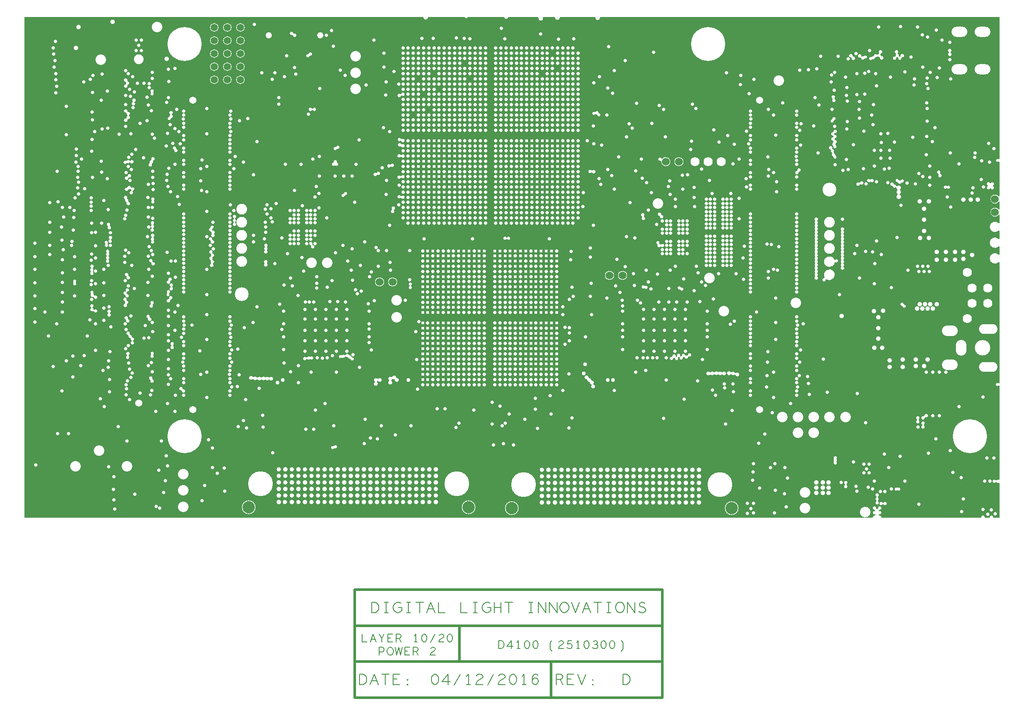
<source format=gbr>
G04 ================== begin FILE IDENTIFICATION RECORD ==================*
G04 Layout Name:  2510300_REV-D.brd*
G04 Film Name:    L10_pwr2.gbr*
G04 File Format:  Gerber RS274X*
G04 File Origin:  Cadence Allegro 16.6-2015-S051*
G04 Origin Date:  Tue Apr 12 06:53:57 2016*
G04 *
G04 Layer:  VIA CLASS/L10_PWR2*
G04 Layer:  PIN/L10_PWR2*
G04 Layer:  ETCH/L10_PWR2*
G04 Layer:  DRAWING FORMAT/TITLE_BLOCK*
G04 *
G04 Offset:    (0.00 0.00)*
G04 Mirror:    No*
G04 Mode:      Positive*
G04 Rotation:  0*
G04 FullContactRelief:  No*
G04 UndefLineWidth:     0.00*
G04 ================== end FILE IDENTIFICATION RECORD ====================*
%FSLAX25Y25*MOIN*%
%IR0*IPPOS*OFA0.00000B0.00000*MIA0B0*SFA1.00000B1.00000*%
%ADD13C,.06*%
%ADD15C,.07*%
%ADD14C,.025*%
%ADD10C,.016*%
%ADD11C,.055*%
%ADD12C,.094*%
%ADD16C,.02*%
%ADD17C,.006*%
%ADD18C,.008*%
%ADD22O,.12004X.08004*%
%ADD21O,.08004X.12004*%
%ADD20O,.14002X.07602*%
%ADD37C,.03004*%
%ADD19O,.12004X.07704*%
%ADD39C,.02404*%
%ADD36C,.03304*%
%ADD23C,.07004*%
%ADD27C,.03504*%
%ADD26C,.08004*%
%ADD25C,.02604*%
%ADD28C,.05404*%
%ADD35C,.08204*%
%ADD31C,.06504*%
%ADD29C,.07404*%
%ADD38C,.04904*%
%ADD32C,.10404*%
%ADD34C,.10504*%
%ADD30C,.26004*%
%ADD33C,.19004*%
%ADD24C,.11784*%
G75*
%LPD*%
G75*
G36*
G01X2500Y2500D02*
Y385500D01*
X307341D01*
X307350Y385310D01*
G03X310850I1750J90D01*
G01X310859Y385500D01*
X338854D01*
X338906Y385380D01*
G03X341294I1194J520D01*
G01X341346Y385500D01*
X368915D01*
X368965Y385372D01*
G03X372235I1635J628D01*
G01X372285Y385500D01*
X395033D01*
X395345Y385084D01*
X395317Y384989D01*
G03X398683I1683J-489D01*
G01X398655Y385084D01*
X398967Y385500D01*
X407631D01*
X407948Y385183D01*
Y385100D01*
G03X411452I1752J0D01*
G01Y385183D01*
X411769Y385500D01*
X438436D01*
X438754Y385167D01*
X438750Y385081D01*
G03X442250I1750J-81D01*
G01X442246Y385167D01*
X442564Y385500D01*
X747500D01*
Y277071D01*
X746939Y276811D01*
X746842Y276894D01*
G03Y274906I-842J-994D01*
G01X746939Y274989D01*
X747500Y274729D01*
Y248626D01*
X746869Y248413D01*
X746782Y248527D01*
G03Y244273I-2782J-2127D01*
G01X746869Y244387D01*
X747500Y244174D01*
Y238626D01*
X746869Y238413D01*
X746782Y238527D01*
G03Y234273I-2782J-2127D01*
G01X746869Y234387D01*
X747500Y234174D01*
Y228092D01*
X746913Y227847D01*
X746818Y227941D01*
G03Y222259I-2818J-2841D01*
G01X746913Y222353D01*
X747500Y222108D01*
Y215992D01*
X746913Y215747D01*
X746818Y215841D01*
G03Y210159I-2818J-2841D01*
G01X746913Y210253D01*
X747500Y210008D01*
Y203992D01*
X746913Y203747D01*
X746818Y203841D01*
G03Y198159I-2818J-2841D01*
G01X746913Y198253D01*
X747500Y198008D01*
Y105673D01*
X746913Y105429D01*
X746818Y105523D01*
G03Y103677I-918J-923D01*
G01X746913Y103771D01*
X747500Y103527D01*
Y31889D01*
X747012Y31596D01*
X746912Y31649D01*
G03X745174Y31154I-612J-1149D01*
G01X744626D01*
G03Y29846I-1126J-654D01*
G01X745174D01*
G03X746912Y29351I1126J654D01*
G01X747012Y29404D01*
X747500Y29111D01*
Y2500D01*
X743000D01*
X742682Y2858D01*
X742693Y2947D01*
G03X740107I-1293J153D01*
G01X740118Y2858D01*
X739800Y2500D01*
X736500D01*
X736182Y2858D01*
X736193Y2947D01*
G03X733607I-1293J153D01*
G01X733618Y2858D01*
X733300Y2500D01*
X657613D01*
X657295Y2837D01*
X657300Y2923D01*
G03X655765Y4281I-1300J77D01*
G01X655679Y4265D01*
X655304Y4546D01*
X655295Y4633D01*
G03X655277Y4753I-1295J-133D01*
G01X655257Y4858D01*
X655642Y5243D01*
X655747Y5223D01*
G03X655765Y7781I253J1277D01*
G01X655679Y7765D01*
X655304Y8046D01*
X655295Y8133D01*
G03X655277Y8253I-1295J-133D01*
G01X655257Y8358D01*
X655642Y8743D01*
X655747Y8723D01*
G03X654723Y9747I253J1277D01*
G01X654743Y9642D01*
X654358Y9257D01*
X654253Y9277D01*
G03X653747I-253J-1277D01*
G01X653642Y9257D01*
X653257Y9642D01*
X653277Y9747D01*
G03X652253Y8723I-1277J253D01*
G01X652358Y8743D01*
X652743Y8358D01*
X652723Y8253D01*
G03X652705Y8133I1277J-253D01*
G01X652696Y8046D01*
X652321Y7765D01*
X652235Y7781D01*
G03X652253Y5223I-235J-1281D01*
G01X652358Y5243D01*
X652743Y4858D01*
X652723Y4753D01*
G03X652705Y4633I1277J-253D01*
G01X652696Y4546D01*
X652321Y4265D01*
X652235Y4281D01*
G03X650700Y2923I-235J-1281D01*
G01X650705Y2837D01*
X650387Y2500D01*
X2500D01*
G37*
%LPC*%
G75*
G36*
G01X219285Y357289D02*
G03X219732Y357594I57J396D01*
G02X220815Y356011I1268J-294D01*
G03X220368Y355706I-57J-396D01*
G02X219285Y357289I-1268J294D01*
G37*
G36*
G01X412528Y334382D02*
G02X415132I1302J0D01*
G02X412528I-1302J-1D01*
G37*
G36*
G01X99147Y327687D02*
G03X99137Y328241I-293J272D01*
G02X101013Y328273I923J919D01*
G03X101023Y327719I293J-272D01*
G02X99147Y327687I-923J-919D01*
G37*
G36*
G01X416846Y323491D02*
G02X418687Y321650I921J-920D01*
G02X416846Y323491I-921J920D01*
G37*
G36*
G01X404654Y318634D02*
G02X407258I1302J0D01*
G02X404654I-1302J-1D01*
G37*
G36*
G01X441202Y312302D02*
X441402Y312102D01*
G02X440098Y310798I-2J-1302D01*
G01X439898Y310998D01*
G02X439132Y311249I2J1302D01*
G01X439064Y311298D01*
X438616Y311224D01*
X438568Y311155D01*
G02X438268Y312951I-1068J745D01*
G01X438336Y312902D01*
X438784Y312976D01*
X438832Y313045D01*
G02X441202Y312302I1068J-745D01*
G37*
G36*
G01X621241Y306688D02*
G03X620885Y306226I39J-398D01*
G02X619475Y307312I-1285J-210D01*
G03X619831Y307774I-39J398D01*
G02X621241Y306688I1285J210D01*
G37*
G36*
G01X314080Y302886D02*
G02X316684I1302J0D01*
G02X314080I-1302J-1D01*
G37*
G36*
G01X303570Y300250D02*
X303571D01*
G02X303570Y297646I0J-1302D01*
G02Y300250I0J1302D01*
G37*
G36*
G01X241680Y284718D02*
G03X241218Y284483I-93J-389D01*
G02X240320Y286250I-1202J501D01*
G03X240782Y286485I93J389D01*
G02X241680Y284718I1202J-501D01*
G37*
G36*
G01X117033Y283700D02*
G03X116774Y284170I-389J92D01*
G02X118467Y285100I426J1230D01*
G03X118726Y284630I389J-92D01*
G02X117033Y283700I-426J-1230D01*
G37*
G36*
G01X240103Y272054D02*
X239697D01*
X239641Y272006D01*
G02X238432Y274249I-841J994D01*
G01X238504Y274270D01*
X238726Y274621D01*
X238714Y274695D01*
G02X241277Y274644I1286J204D01*
G01X241263Y274574D01*
X241446Y274225D01*
X241512Y274197D01*
G02X240159Y272006I-512J-1197D01*
G01X240103Y272054D01*
G37*
G36*
G01X649179Y259580D02*
G03X648592Y259556I-282J-283D01*
G02X648521Y261320I-992J844D01*
G03X649108Y261344I282J283D01*
G02X649179Y259580I992J-844D01*
G37*
G36*
G01X672818Y258996D02*
X672456Y258836D01*
X672424Y258773D01*
G02X670004Y259035I-1160J591D01*
G01X669984Y259111D01*
X669619Y259342D01*
X669542Y259327D01*
G02X670555Y260934I-247J1278D01*
G01X670575Y260858D01*
X670940Y260627D01*
X671017Y260642D01*
G02X671610Y260619I247J-1278D01*
G01X671678Y260600D01*
X672040Y260760D01*
X672072Y260823D01*
G02X672886Y258977I1160J-591D01*
G01X672818Y258996D01*
G37*
G36*
G01X707056Y256383D02*
G03X707620Y256360I294J272D01*
G02X707544Y254517I880J-959D01*
G03X706980Y254540I-294J-272D01*
G02X707056Y256383I-880J959D01*
G37*
G36*
G01X247774Y249404D02*
G03X247336Y249030I-39J-398D01*
G02X246162Y250402I-1300J76D01*
G03X246600Y250776I39J398D01*
G02X247774Y249404I1300J-76D01*
G37*
G36*
G01X99715Y245057D02*
G03X99729Y245611I-281J284D01*
G02X101605Y245563I961J879D01*
G03X101591Y245009I281J-284D01*
G02X99715Y245057I-961J-879D01*
G37*
G36*
G01X67779Y226271D02*
G03X67943Y225683I331J-225D01*
G02X66321Y225229I-543J-1183D01*
G03X66157Y225817I-331J225D01*
G02X67779Y226271I543J1183D01*
G37*
G36*
G01X64240Y211780D02*
G03X64217Y212344I-295J270D01*
G02X66060Y212420I884J956D01*
G03X66083Y211856I295J-270D01*
G02X64240Y211780I-884J-956D01*
G37*
G36*
G01X488916Y210006D02*
X488436D01*
X488376Y209938D01*
G02X486193Y211289I-976J862D01*
G01X486224Y211364D01*
X486056Y211773D01*
X485982Y211806D01*
G02X487707Y212511I518J1194D01*
G01X487676Y212436D01*
X487844Y212027D01*
X487918Y211994D01*
G02X488375Y211662I-518J-1194D01*
G01X488435Y211595D01*
X488915D01*
X488975Y211663D01*
G02X488976Y209939I976J-861D01*
G01X488916Y210006D01*
G37*
G36*
G01X187719Y207488D02*
Y207012D01*
G02X186081I-819J-1012D01*
G01Y207488D01*
G02X186056Y209492I819J1012D01*
G01X186123Y209548D01*
X186142Y210017D01*
X186080Y210079D01*
G02X187844Y210008I920J921D01*
G01X187777Y209952D01*
X187758Y209483D01*
X187820Y209421D01*
G02X187719Y207488I-920J-921D01*
G37*
G36*
G01X187784Y197544D02*
G03Y196956I271J-294D01*
G02X186016I-884J-956D01*
G03Y197544I-271J294D01*
G02X187784I884J956D01*
G37*
G36*
G01X628319Y194988D02*
Y194512D01*
G02X626681I-819J-1012D01*
G01Y194988D01*
G02Y197012I819J1012D01*
G01Y197488D01*
G02Y199512I819J1012D01*
G01Y199988D01*
G02Y202012I819J1012D01*
G01Y202488D01*
G02Y204512I819J1012D01*
G01Y204988D01*
G02Y207012I819J1012D01*
G01Y207488D01*
G02Y209512I819J1012D01*
G01Y209988D01*
G02Y212012I819J1012D01*
G01Y212488D01*
G02Y214512I819J1012D01*
G01Y214988D01*
G02Y217012I819J1012D01*
G01Y217488D01*
G02Y219512I819J1012D01*
G01Y219988D01*
G02Y222012I819J1012D01*
G01Y222488D01*
G02X628319I819J1012D01*
G01Y222012D01*
G02Y219988I-819J-1012D01*
G01Y219512D01*
G02Y217488I-819J-1012D01*
G01Y217012D01*
G02Y214988I-819J-1012D01*
G01Y214512D01*
G02Y212488I-819J-1012D01*
G01Y212012D01*
G02Y209988I-819J-1012D01*
G01Y209512D01*
G02Y207488I-819J-1012D01*
G01Y207012D01*
G02Y204988I-819J-1012D01*
G01Y204512D01*
G02Y202488I-819J-1012D01*
G01Y202012D01*
G02Y199988I-819J-1012D01*
G01Y199512D01*
G02Y197488I-819J-1012D01*
G01Y197012D01*
G02Y194988I-819J-1012D01*
G37*
G36*
G01X608319Y187488D02*
Y187012D01*
G02X606681I-819J-1012D01*
G01Y187488D01*
G02Y189512I819J1012D01*
G01Y189988D01*
G02Y192012I819J1012D01*
G01Y192488D01*
G02Y194512I819J1012D01*
G01Y194988D01*
G02Y197012I819J1012D01*
G01Y197488D01*
G02Y199512I819J1012D01*
G01Y199988D01*
G02Y202012I819J1012D01*
G01Y202488D01*
G02Y204512I819J1012D01*
G01Y204988D01*
G02Y207012I819J1012D01*
G01Y207488D01*
G02Y209512I819J1012D01*
G01Y209988D01*
G02Y212012I819J1012D01*
G01Y212488D01*
G02Y214512I819J1012D01*
G01Y214988D01*
G02Y217012I819J1012D01*
G01Y217488D01*
G02Y219512I819J1012D01*
G01Y219988D01*
G02Y222012I819J1012D01*
G01Y222488D01*
G02Y224512I819J1012D01*
G01Y224988D01*
G02Y227012I819J1012D01*
G01Y227488D01*
G02Y229512I819J1012D01*
G01Y229988D01*
G02X608319I819J1012D01*
G01Y229512D01*
G02Y227488I-819J-1012D01*
G01Y227012D01*
G02Y224988I-819J-1012D01*
G01Y224512D01*
G02Y222488I-819J-1012D01*
G01Y222012D01*
G02Y219988I-819J-1012D01*
G01Y219512D01*
G02Y217488I-819J-1012D01*
G01Y217012D01*
G02Y214988I-819J-1012D01*
G01Y214512D01*
G02Y212488I-819J-1012D01*
G01Y212012D01*
G02Y209988I-819J-1012D01*
G01Y209512D01*
G02Y207488I-819J-1012D01*
G01Y207012D01*
G02Y204988I-819J-1012D01*
G01Y204512D01*
G02Y202488I-819J-1012D01*
G01Y202012D01*
G02Y199988I-819J-1012D01*
G01Y199512D01*
G02Y197488I-819J-1012D01*
G01Y197012D01*
G02Y194988I-819J-1012D01*
G01Y194512D01*
G02Y192488I-819J-1012D01*
G01Y192012D01*
G02Y189988I-819J-1012D01*
G01Y189512D01*
G02Y187488I-819J-1012D01*
G37*
G36*
G01X41831Y182690D02*
G03Y182410I143J-140D01*
G02X39969I-931J-910D01*
G03Y182690I-143J140D01*
G02X41831I931J910D01*
G37*
G36*
G01X476280Y179987D02*
G03X476805Y179901I311J252D01*
G02X476488Y177981I695J-1101D01*
G03X475963Y178067I-311J-252D01*
G02X476280Y179987I-695J1101D01*
G37*
G36*
G01X504004Y178896D02*
G03X504474Y178661I370J152D01*
G02X503596Y176904I326J-1261D01*
G03X503126Y177139I-370J-152D01*
G02X504004Y178896I-326J1261D01*
G37*
G36*
G01X111436Y174284D02*
G03X111509Y174839I-247J315D01*
G02X113354Y174596I1041J781D01*
G03X113281Y174041I247J-315D01*
G02X111436Y174284I-1041J-781D01*
G37*
G36*
G01X674302Y166002D02*
G03X674702Y165602I400J0D01*
G02X673398Y164298I-2J-1302D01*
G03X672998Y164698I-400J0D01*
G02X674302Y166002I2J1302D01*
G37*
G36*
G01X98225Y156159D02*
G03X98516Y155632I376J-136D01*
G02X97015Y154801I-276J-1272D01*
G03X96724Y155328I-376J136D01*
G02X98225Y156159I276J1272D01*
G37*
G36*
G01X101045Y127407D02*
G03X101005Y126850I266J-299D01*
G02X99145Y126983I-995J-840D01*
G03X99185Y127540I-266J299D01*
G02X101045Y127407I995J840D01*
G37*
G36*
G01X100197Y108924D02*
G03X100446Y108369I362J-171D01*
G02X98903Y107676I-366J-1249D01*
G03X98654Y108231I-362J171D01*
G02X100197Y108924I366J1249D01*
G37*
G36*
G01X271846Y106759D02*
Y106241D01*
G02X270154I-846J-1241D01*
G01Y106759D01*
G02X272241Y108846I846J1241D01*
G01X272759D01*
G02Y107154I1241J-846D01*
G01X272241D01*
G02X271846Y106759I-1241J846D01*
G37*
G36*
G01X239613Y55738D02*
G03X239096Y55597I-180J-357D01*
G02X238587Y57462I-1096J703D01*
G03X239104Y57603I180J357D01*
G02X239613Y55738I1096J-703D01*
G37*
G36*
G01X622971Y45633D02*
Y45367D01*
G02X621029I-971J-867D01*
G01Y45633D01*
G02Y47367I971J867D01*
G01Y47633D01*
G02X622971I971J867D01*
G01Y47367D01*
G02Y45633I-971J-867D01*
G37*
G36*
G01X669633Y23529D02*
G03X669367I-133J-150D01*
G02Y25471I-867J971D01*
G03X669633I133J150D01*
G02Y23529I867J-971D01*
G37*
G36*
G01X208465Y372787D02*
G02X207699Y371560I535J-1187D01*
G03X207135Y371913I-400J-12D01*
G02X207901Y373140I-535J1187D01*
G03X208465Y372787I400J12D01*
G37*
G36*
G01X710115Y358147D02*
G02X708885I-615J-1147D01*
G03Y358853I-189J353D01*
G02X710115I615J1147D01*
G03Y358147I189J-353D01*
G37*
G36*
G01X644170Y353730D02*
G02X641699Y354337I-1170J571D01*
G01X641702Y354447D01*
X641235Y354758D01*
X641135Y354713D01*
G02X641901Y355863I-535J1187D01*
G01X641898Y355753D01*
X642365Y355442D01*
X642465Y355487D01*
G02X643545Y355482I535J-1187D01*
G01X643809Y355576D01*
G02X644434Y353824I1170J-570D01*
G01X644170Y353730D01*
G37*
G36*
G01X672515Y354414D02*
X672537Y354309D01*
G02X670017Y354412I-1273J-273D01*
G01X670050Y354520D01*
X669666Y354942D01*
X669555Y354919D01*
G02X669064Y354914I-259J1276D01*
G01X668960Y354932D01*
X668580Y354543D01*
X668602Y354438D01*
G02X667558Y355454I-1275J-265D01*
G01X667662Y355436D01*
X668042Y355825D01*
X668020Y355930D01*
G02X668404Y357144I1275J264D01*
G01X668482Y357218D01*
X668387Y357761D01*
X668287Y357803D01*
G02X669691Y358051I512J1197D01*
G01X669613Y357977D01*
X669708Y357434D01*
X669808Y357392D01*
G02X670542Y355819I-513J-1197D01*
G01X670509Y355711D01*
X670893Y355289D01*
X671004Y355312D01*
G02X671497Y355317I259J-1276D01*
G01X671602Y355298D01*
X671981Y355690D01*
X671959Y355795D01*
G02X672999Y354787I1273J273D01*
G01X672894Y354806D01*
X672515Y354414D01*
G37*
G36*
G01X635591Y355249D02*
G02X634565Y354272I240J-1280D01*
G03X634102Y354758I-389J93D01*
G02X635128Y355735I-240J1280D01*
G03X635591Y355249I389J-93D01*
G37*
G36*
G01X650172Y353232D02*
G02X649562Y354974I-1172J567D01*
G01X649828Y355068D01*
G02X651084Y355799I1171J-568D01*
G01X651163Y355794D01*
X651498Y356073D01*
X651507Y356152D01*
G02X653777Y356861I1293J-152D01*
G01X653843Y356786D01*
X654362Y356827D01*
X654415Y356911D01*
G02X655349Y357507I1101J-695D01*
G01X655467Y357522D01*
X655680Y358071D01*
X655604Y358162D01*
G02X656767Y357709I996J838D01*
G01X656649Y357694D01*
X656436Y357145D01*
X656512Y357054D01*
G02X656805Y356032I-996J-839D01*
G01X656790Y355931D01*
X657171Y355564D01*
X657271Y355582D01*
G02X656211Y354484I229J-1282D01*
G01X656226Y354585D01*
X655845Y354952D01*
X655745Y354934D01*
G02X654539Y355355I-229J1282D01*
G01X654473Y355430D01*
X653954Y355389D01*
X653901Y355305D01*
G02X652716Y354701I-1101J695D01*
G01X652637Y354706D01*
X652302Y354427D01*
X652293Y354348D01*
G02X650438Y353326I-1293J152D01*
G01X650172Y353232D01*
G37*
G36*
G01X81050Y333309D02*
X81091Y333217D01*
G02X79757Y333984I-1191J-527D01*
G01X79858Y333995D01*
X80120Y334451D01*
X80079Y334543D01*
G02X80067Y335567I1191J526D01*
G01X80105Y335659D01*
X79843Y336105D01*
X79745Y336117D01*
G02X81103Y336913I155J1293D01*
G01X81065Y336821D01*
X81327Y336375D01*
X81425Y336363D01*
G02X81413Y333776I-155J-1293D01*
G01X81312Y333765D01*
X81050Y333309D01*
G37*
G36*
G01X290180Y325361D02*
G02X289807Y326534I-1280J239D01*
G03X290479Y326747I279J287D01*
G02X290852Y325574I1280J-239D01*
G03X290180Y325361I-279J-287D01*
G37*
G36*
G01X621516Y322930D02*
G02X620022Y322691I-580J-1166D01*
G03X619920Y323334I-280J285D01*
G02X621414Y323573I580J1166D01*
G03X621516Y322930I280J-285D01*
G37*
G36*
G01X86654Y320182D02*
G02X85290Y320398I-855J-982D01*
G03X85396Y321068I-157J368D01*
G02X86760Y320852I855J982D01*
G03X86654Y320182I157J-368D01*
G37*
G36*
G01X222147Y314385D02*
G02Y315615I-1147J615D01*
G03X222853I353J189D01*
G02Y314385I1147J-615D01*
G03X222147I-353J-189D01*
G37*
G36*
G01X114495Y308033D02*
G02X113075Y309196I-1295J-133D01*
G01X113255Y309415D01*
G02X113967Y310712I1295J133D01*
G01Y311289D01*
G02X115133I583J1164D01*
G01Y310712D01*
G02X114675Y308252I-583J-1164D01*
G01X114495Y308033D01*
G37*
G36*
G01X81128Y307146D02*
X81157Y307040D01*
G02X80135Y307981I-1257J-340D01*
G01X80243Y307961D01*
X80622Y308372D01*
X80593Y308478D01*
G02X81267Y309982I1257J340D01*
G01Y310559D01*
G02X80583Y312022I583J1164D01*
G01X80607Y312127D01*
X80231Y312526D01*
X80124Y312507D01*
G02X81167Y313491I-224J1283D01*
G01X81143Y313386D01*
X81519Y312987D01*
X81626Y313006D01*
G02X82433Y310559I224J-1283D01*
G01Y309982D01*
G02X81615Y307537I-583J-1164D01*
G01X81507Y307557D01*
X81128Y307146D01*
G37*
G36*
G01X290968Y292086D02*
G02X290515Y290666I791J-1035D01*
G03X289891Y290866I-382J-118D01*
G02X290344Y292286I-791J1035D01*
G03X290968Y292086I382J118D01*
G37*
G36*
G01X291016Y288184D02*
G02X290544Y286646I743J-1069D01*
G03X289943Y286831I-373J-144D01*
G02X290415Y288369I-743J1069D01*
G03X291016Y288184I373J144D01*
G37*
G36*
G01X622297Y287523D02*
X622360Y287491D01*
G02X620514Y286677I-591J-1160D01*
G01X620533Y286745D01*
X620373Y287107D01*
X620310Y287139D01*
G02X620399Y289501I591J1160D01*
G01X620467Y289529D01*
X620651Y289892D01*
X620634Y289963D01*
G02X620614Y290472I1266J305D01*
G01X620629Y290563D01*
X620307Y290935D01*
X620215Y290934D01*
G02X620135Y293536I-15J1302D01*
G01X620224Y293541D01*
X620524Y293911D01*
X620509Y293999D01*
G02Y294409I1286J205D01*
G01X620524Y294501D01*
X620198Y294874D01*
X620104Y294871D01*
G02X620231Y297465I-31J1302D01*
G01X620330Y297453D01*
X620690Y297829D01*
X620674Y297928D01*
G02X621800Y296850I1284J214D01*
G01X621701Y296862D01*
X621341Y296486D01*
X621357Y296387D01*
G02X621359Y295969I-1284J-215D01*
G01X621344Y295877D01*
X621670Y295504D01*
X621764Y295507D01*
G02X621860Y292905I31J-1302D01*
G01X621771Y292900D01*
X621471Y292530D01*
X621486Y292442D01*
G02Y292032I-1286J-205D01*
G01X621471Y291941D01*
X621793Y291569D01*
X621885Y291570D01*
G02X622402Y289066I16J-1302D01*
G01X622334Y289038D01*
X622150Y288675D01*
X622167Y288604D01*
G02X622156Y287953I-1266J-304D01*
G01X622137Y287885D01*
X622297Y287523D01*
G37*
G36*
G01X290662Y279942D02*
G02X290593Y278662I1097J-701D01*
G03X289897Y278699I-358J-178D01*
G02X289966Y279979I-1097J701D01*
G03X290662Y279942I358J178D01*
G37*
G36*
G01X622116Y279730D02*
G02X620562Y278689I-273J-1273D01*
G03X620252Y279152I-394J72D01*
G02X619588Y281329I273J1273D01*
G01X619663Y281407D01*
X619542Y281943D01*
X619441Y281981D01*
G02X618715Y283739I459J1219D01*
G01X618758Y283833D01*
X618489Y284294D01*
X618386Y284303D01*
G02X619685Y285061I114J1297D01*
G01X619642Y284967D01*
X619911Y284506D01*
X620014Y284497D01*
G02X620837Y282296I-114J-1297D01*
G01X620762Y282218D01*
X620883Y281682D01*
X620984Y281644D01*
G02X621806Y280193I-459J-1218D01*
G03X622116Y279730I394J-72D01*
G37*
G36*
G01X80535Y273762D02*
G02X80101Y275497I-1135J638D01*
G03X80665Y275638I215J337D01*
G02X82897Y275701I1135J-638D01*
G01X82954Y275612D01*
X83493Y275593D01*
X83555Y275677D01*
G02X83503Y274199I1045J-777D01*
G01X83446Y274288D01*
X82907Y274307D01*
X82845Y274223D01*
G02X81099Y273903I-1045J777D01*
G03X80535Y273762I-215J-337D01*
G37*
G36*
G01X489865Y277307D02*
G02X489009Y275279I2635J-2307D01*
G03X488467Y275685I-399J33D01*
G02X489197Y277413I-467J1215D01*
G03X489865Y277307I367J158D01*
G37*
G36*
G01X99825Y273072D02*
G02X98173Y273674I-1155J-602D01*
G03X98375Y274228I-152J369D01*
G02X99312Y276114I1155J602D01*
G01X99409Y276130D01*
X99650Y276581D01*
X99610Y276671D01*
G02X101018Y275916I1190J529D01*
G01X100921Y275900D01*
X100680Y275449D01*
X100720Y275359D01*
G02X100027Y273626I-1190J-529D01*
G03X99825Y273072I152J-369D01*
G37*
G36*
G01X282149Y271088D02*
G02X281840Y272695I-1149J612D01*
G03X282451Y272812I258J305D01*
G02X282760Y271205I1149J-612D01*
G03X282149Y271088I-258J-305D01*
G37*
G36*
G01X436481Y268111D02*
G02X436377Y266642I1019J-810D01*
G03X435719Y266689I-345J-202D01*
G02X435823Y268158I-1019J810D01*
G03X436481Y268111I345J202D01*
G37*
G36*
G01X593945Y266811D02*
G02X592648Y267827I-1270J-286D01*
G03X593030Y268314I-8J400D01*
G02X594327Y267298I1270J286D01*
G03X593945Y266811I8J-400D01*
G37*
G36*
G01X271709Y264716D02*
G02X271204Y266296I-1209J484D01*
G03X271791Y266484I216J336D01*
G02X272296Y264904I1209J-484D01*
G03X271709Y264716I-216J-336D01*
G37*
G36*
G01X702380Y265545D02*
G02X700931Y265044I-381J-1245D01*
G03X700720Y265655I-328J229D01*
G02X702169Y266156I381J1245D01*
G03X702380Y265545I328J-229D01*
G37*
G36*
G01X290014Y262629D02*
G02X289850Y263870I-1214J471D01*
G03X290545Y263963I322J237D01*
G02X290709Y262722I1214J-471D01*
G03X290014Y262629I-322J-237D01*
G37*
G36*
G01X81777Y262555D02*
G02X80990Y263506I-1277J-255D01*
G03X81533Y263955I151J370D01*
G02X82320Y263004I1277J255D01*
G03X81777Y262555I-151J-370D01*
G37*
G36*
G01X640672Y257520D02*
G02X640270Y258768I-1272J279D01*
G03X640928Y258980I267J298D01*
G02X641330Y257732I1272J-279D01*
G03X640672Y257520I-267J-298D01*
G37*
G36*
G01X740204Y254490D02*
X740147Y254385D01*
G02X738385Y256147I-1147J615D01*
G01X738490Y256204D01*
Y256796D01*
X738385Y256853D01*
G02X740147Y258615I615J1147D01*
G01X740204Y258510D01*
X740796D01*
X740853Y258615D01*
G02X742615Y256853I1147J-615D01*
G01X742510Y256796D01*
Y256204D01*
X742615Y256147D01*
G02X740853Y254385I-615J-1147D01*
G01X740796Y254490D01*
X740204D01*
G37*
G36*
G01X85102Y252146D02*
X85179Y252058D01*
G02X83985Y252484I-979J-858D01*
G01X84101Y252504D01*
X84298Y253054D01*
X84221Y253142D01*
G02X83911Y253820I979J858D01*
G01X83895Y253928D01*
X83392Y254161D01*
X83300Y254102D01*
G02X82281Y253938I-699J1098D01*
G03X81788Y253609I-97J-388D01*
G02X80819Y255062I-1288J191D01*
G03X81312Y255391I97J388D01*
G02X83889Y255380I1288J-191D01*
G01X83905Y255272D01*
X84408Y255039D01*
X84500Y255098D01*
G02X85415Y252716I700J-1098D01*
G01X85299Y252696D01*
X85102Y252146D01*
G37*
G36*
G01X290751Y248568D02*
G02X290580Y247192I1008J-824D01*
G03X289908Y247276I-362J-169D01*
G02X290079Y248652I-1008J824D01*
G03X290751Y248568I362J169D01*
G37*
G36*
G01X671370Y249621D02*
G02X669630I-870J-1521D01*
G01Y250179D01*
G02X669375Y253043I870J1521D01*
G03Y253657I-256J307D01*
G02X668752Y254888I1125J1343D01*
G01X668744Y255009D01*
X668200Y255251D01*
X668105Y255177D01*
G02X665999Y256142I-805J1023D01*
G03X665529Y256518I-399J-17D01*
G02X666601Y257858I-229J1282D01*
G03X667071Y257482I399J17D01*
G02X668579Y256442I229J-1282D01*
G01X668602Y256323D01*
X669171Y256148D01*
X669256Y256234D01*
G02X671625Y253657I1243J-1234D01*
G03Y253043I256J-307D01*
G02X671370Y250179I-1125J-1343D01*
G01Y249621D01*
G37*
G36*
G01X81983Y244249D02*
X82078Y244232D01*
G02X80658Y243474I-228J-1282D01*
G01X80697Y243562D01*
X80457Y244011D01*
X80362Y244028D01*
G02X79441Y245922I228J1282D01*
G03X79248Y246477I-353J188D01*
G02X80919Y247058I522J1193D01*
G03X81112Y246503I353J-188D01*
G02X81782Y244786I-522J-1193D01*
G01X81743Y244698D01*
X81983Y244249D01*
G37*
G36*
G01X284770Y237668D02*
G02X283289Y237997I-970J-868D01*
G03X283430Y238632I-157J368D01*
G02X284911Y238303I970J868D01*
G03X284770Y237668I157J-368D01*
G37*
G36*
G01X489381Y234102D02*
G02X488118Y233028I19J-1302D01*
G03X487719Y233498I-394J70D01*
G02X488982Y234572I-19J1302D01*
G03X489381Y234102I394J-70D01*
G37*
G36*
G01X476003Y232814D02*
G02X474463Y232501I-563J-1174D01*
G03X474337Y233126I-300J265D01*
G02X475877Y233439I563J1174D01*
G03X476003Y232814I300J-265D01*
G37*
G36*
G01X163510Y228204D02*
X163615Y228147D01*
G02X162385I-615J-1147D01*
G01X162490Y228204D01*
Y228796D01*
X162385Y228853D01*
G02Y231147I615J1147D01*
G01X162490Y231204D01*
Y231796D01*
X162385Y231853D01*
G02X163615I615J1147D01*
G01X163510Y231796D01*
Y231204D01*
X163615Y231147D01*
G02Y228853I-615J-1147D01*
G01X163510Y228796D01*
Y228204D01*
G37*
G36*
G01X100861Y223728D02*
X100952Y223663D01*
G02X99601Y223756I-752J-1063D01*
G01X99700Y223808D01*
X99739Y224372D01*
X99648Y224437D01*
G02X99570Y226503I752J1063D01*
G01X99646Y226566D01*
X99627Y227081D01*
X99547Y227138D01*
G02X101130Y227197I753J1062D01*
G01X101054Y227134D01*
X101073Y226619D01*
X101153Y226562D01*
G02X100999Y224344I-753J-1062D01*
G01X100900Y224292D01*
X100861Y223728D01*
G37*
G36*
G01X147420Y219421D02*
G02X145656Y219492I-920J-921D01*
G03X145680Y220079I-259J305D01*
G02X145320Y221240I920J922D01*
G01X145339Y221340D01*
X144975Y221723D01*
X144874Y221710D01*
G02X144418Y224271I-174J1290D01*
G03X144724Y224741I-86J391D01*
G02X146282Y223729I1276J259D01*
G03X145976Y223259I86J-391D01*
G02X145980Y222760I-1276J-260D01*
G01X145961Y222660D01*
X146325Y222277D01*
X146426Y222290D01*
G02X147444Y220008I174J-1290D01*
G03X147420Y219421I259J-305D01*
G37*
G36*
G01X370653Y215787D02*
G02Y216985I-1042J599D01*
G03X371347I347J199D01*
G02Y215787I1042J-599D01*
G03X370653I-347J-199D01*
G37*
G36*
G01X68789Y215135D02*
G02X67394Y215252I-789J-1035D01*
G03X67451Y215925I-186J355D01*
G02X68846Y215808I789J1035D01*
G03X68789Y215135I186J-355D01*
G37*
G36*
G01X146271Y214900D02*
G02X144982Y214059I-71J-1300D01*
G03X144629Y214600I-374J141D01*
G02X145918Y215441I71J1300D01*
G03X146271Y214900I374J-141D01*
G37*
G36*
G01X101343Y214339D02*
G02X99467Y214307I-923J-919D01*
G03X99457Y214861I-293J272D01*
G02X99699Y216890I923J919D01*
G01X99789Y216945D01*
X99813Y217489D01*
X99727Y217552D01*
G02X101181Y217490I773J1048D01*
G01X101091Y217435D01*
X101067Y216891D01*
X101153Y216828D01*
G02X101333Y214893I-773J-1048D01*
G03X101343Y214339I293J-272D01*
G37*
G36*
G01X222756Y211101D02*
G02X221695Y210489I44J-1301D01*
G03X221343Y211101I-339J212D01*
G02X222404Y211713I-44J1301D01*
G03X222756Y211101I339J-212D01*
G37*
G36*
G01X66940Y199794D02*
G02X65260I-840J-994D01*
G03Y200406I-258J306D01*
G02X65347Y202462I840J994D01*
G01X65427Y202519D01*
X65446Y203034D01*
X65370Y203097D01*
G02X65240Y204980I830J1003D01*
G03X65217Y205544I-295J270D01*
G02X67060Y205620I884J956D01*
G03X67083Y205056I295J-270D01*
G02X66953Y203038I-883J-956D01*
G01X66873Y202981D01*
X66854Y202466D01*
X66930Y202403D01*
G02X66940Y200406I-830J-1003D01*
G03Y199794I258J-306D01*
G37*
G36*
G01X100747Y198175D02*
G02X99682Y197390I133J-1295D01*
G03X99273Y197945I-368J157D01*
G02X100338Y198730I-133J1295D01*
G03X100747Y198175I368J-157D01*
G37*
G36*
G01X621537Y197772D02*
G02X621279Y200096I-4037J728D01*
G03X621942Y199981I368J156D01*
G02X622158Y198030I958J-881D01*
G03X621537Y197772I-227J-329D01*
G37*
G36*
G01X146533Y196613D02*
X146595Y196540D01*
G02X144988Y196849I-995J-840D01*
G01X145072Y196894D01*
X145167Y197387D01*
X145105Y197460D01*
G02X145057Y199079I995J840D01*
G01X145125Y199170D01*
X144910Y199696D01*
X144798Y199714D01*
G02X144742Y202276I202J1286D01*
G01X144838Y202296D01*
X145066Y202752D01*
X145024Y202840D01*
G02X145102Y204100I1176J560D01*
G01X145161Y204192D01*
X144928Y204695D01*
X144820Y204711D01*
G02X146098Y205300I181J1289D01*
G01X146039Y205208D01*
X146272Y204705D01*
X146380Y204689D01*
G02X146458Y202124I-181J-1289D01*
G01X146362Y202104D01*
X146134Y201648D01*
X146176Y201560D01*
G02X146043Y200221I-1176J-559D01*
G01X145975Y200130D01*
X146190Y199604D01*
X146302Y199586D01*
G02X146712Y197151I-202J-1286D01*
G01X146628Y197106D01*
X146533Y196613D01*
G37*
G36*
G01X54773Y190619D02*
X54853Y190562D01*
G02X53270Y190503I-753J-1062D01*
G01X53346Y190566D01*
X53327Y191081D01*
X53247Y191138D01*
G02X53342Y193323I753J1062D01*
G01X53433Y193377D01*
X53471Y193916D01*
X53389Y193981D01*
G02X54858Y193877I810J1019D01*
G01X54767Y193823D01*
X54729Y193284D01*
X54811Y193219D01*
G02X54830Y191197I-811J-1019D01*
G01X54754Y191134D01*
X54773Y190619D01*
G37*
G36*
G01X82078Y187532D02*
G02X80658Y186774I-228J-1282D01*
G03X80362Y187328I-366J160D01*
G02X81782Y188086I228J1282D01*
G03X82078Y187532I366J-160D01*
G37*
G36*
G01X614700Y184670D02*
G02X613535Y185895I-1300J-70D01*
G03X613925Y186489I41J398D01*
G02X615313Y185030I3575J2011D01*
G03X614700Y184670I-213J-338D01*
G37*
G36*
G01X113743Y183231D02*
G02X112336Y183994I-1193J-521D01*
G03X112637Y184549I-66J395D01*
G02X114044Y183786I1193J521D01*
G03X113743Y183231I66J-395D01*
G37*
G36*
G01X297913Y179653D02*
G02X296715I-599J-1042D01*
G03Y180347I-199J347D01*
G02X297913I599J1042D01*
G03Y179653I199J-347D01*
G37*
G36*
G01X115429Y178824D02*
G02X114071I-679J-1111D01*
G03Y179507I-208J341D01*
G02X115429I679J1111D01*
G03Y178824I208J-341D01*
G37*
G36*
G01X81082Y173699D02*
G02X79724Y172661I-83J-1299D01*
G03X79358Y173141I-392J81D01*
G02X79589Y175733I82J1299D01*
G01X79704Y175720D01*
X80048Y176182D01*
X80003Y176288D01*
G02X81051Y175507I1197J512D01*
G01X80936Y175520D01*
X80592Y175058D01*
X80637Y174952D01*
G02X80716Y174179I-1197J-513D01*
G03X81082Y173699I392J-81D01*
G37*
G36*
G01X56191Y172397D02*
X56287Y172449D01*
G02X55600Y171222I613J-1149D01*
G01X55594Y171331D01*
X55109Y171603D01*
X55013Y171551D01*
G02X53370Y173497I-613J1149D01*
G03X53323Y174037I-316J245D01*
G02X55230Y174203I877J963D01*
G03X55277Y173663I316J-245D01*
G02X55700Y172778I-877J-963D01*
G01X55706Y172669D01*
X56191Y172397D01*
G37*
G36*
G01X113744Y169049D02*
G02X112695Y169824I-1194J-519D01*
G03X113106Y170381I44J398D01*
G02X114155Y169606I1194J519D01*
G03X113744Y169049I-44J-398D01*
G37*
G36*
G01X80757Y165567D02*
G02X79157Y166218I-1167J-577D01*
G03X79383Y166773I-132J377D01*
G02X79370Y167900I1167J577D01*
G01X79410Y167985D01*
X79196Y168434D01*
X79104Y168457D01*
G02X80600Y169170I316J1263D01*
G01X80560Y169085D01*
X80774Y168636D01*
X80866Y168613D01*
G02X80983Y166122I-316J-1263D01*
G03X80757Y165567I132J-377D01*
G37*
G36*
G01X100390Y165345D02*
G02X98945Y165720I-990J-845D01*
G03X99110Y166355I-139J375D01*
G02X100555Y165980I990J845D01*
G03X100390Y165345I139J-375D01*
G37*
G36*
G01X55954Y161702D02*
X56042Y161779D01*
G02X55616Y160585I858J-979D01*
G01X55596Y160701D01*
X55046Y160898D01*
X54958Y160821D01*
G02X53514Y162962I-859J978D01*
G01Y163538D01*
G02X54686I586J1162D01*
G01Y162962D01*
G02X55384Y162015I-586J-1163D01*
G01X55404Y161899D01*
X55954Y161702D01*
G37*
G36*
G01X67879Y158759D02*
G02X66521I-679J-1111D01*
G03Y159442I-208J342D01*
G02X67879I679J1111D01*
G03Y158759I208J-341D01*
G37*
G36*
G01X81736Y154456D02*
G02X80290Y153709I-257J-1276D01*
G03X80004Y154264I-365J163D01*
G02X81450Y155011I257J1276D01*
G03X81736Y154456I365J-163D01*
G37*
G36*
G01X85573Y137540D02*
G02X84427I-573J-1169D01*
G01Y138121D01*
G02X83731Y139582I573J1169D01*
G01X83754Y139680D01*
X83415Y140077D01*
X83315Y140071D01*
G02X82030Y141874I-85J1299D01*
G01X82070Y141971D01*
X81782Y142425D01*
X81677Y142429D01*
G02X82930Y143226I53J1301D01*
G01X82890Y143129D01*
X83178Y142675D01*
X83283Y142671D01*
G02X84499Y141078I-53J-1301D01*
G01X84476Y140980D01*
X84815Y140583D01*
X84915Y140589D01*
G02X85573Y138121I85J-1299D01*
G01Y137540D01*
G37*
G36*
G01X116109Y133937D02*
G02X114769I-670J-1117D01*
G03Y134622I-206J343D01*
G02X116109I670J1117D01*
G03Y133937I206J-342D01*
G37*
G36*
G01X82152Y126363D02*
G02X80801Y126456I-752J-1063D01*
G03X80848Y127137I-184J355D01*
G02X82199Y127044I752J1063D01*
G03X82152Y126363I184J-355D01*
G37*
G36*
G01X501926Y125096D02*
X501983Y124997D01*
G02X499588Y124628I-1125J-655D01*
G01X499611Y124733D01*
X499231Y125129D01*
X499125Y125109D01*
G02X498659I-233J1281D01*
G01X498560Y125127D01*
X498179Y124765D01*
X498192Y124664D01*
G02X497131Y125781I-1292J-164D01*
G01X497230Y125763D01*
X497611Y126125D01*
X497598Y126226D01*
G02X500160Y126104I1292J164D01*
G01X500137Y125999D01*
X500517Y125603D01*
X500623Y125623D01*
G02X500836Y125644I234J-1281D01*
G01X500950Y125646D01*
X501232Y126146D01*
X501175Y126245D01*
G02X503559Y126567I1125J655D01*
G01X503530Y126459D01*
X503919Y126050D01*
X504029Y126073D01*
G02X504319Y126102I274J-1273D01*
G01X504413Y126101D01*
X504735Y126479D01*
X504718Y126572D01*
G02X507284Y127017I1282J228D01*
G01X507300Y126924D01*
X507736Y126677D01*
X507824Y126712D01*
G02X508835Y126687I476J-1212D01*
G01X508936Y126641D01*
X509403Y126952D01*
X509400Y127063D01*
G02X510166Y125914I1301J38D01*
G01X510065Y125960D01*
X509598Y125649D01*
X509601Y125538D01*
G02X507016Y125283I-1301J-37D01*
G01X507000Y125376D01*
X506564Y125623D01*
X506476Y125588D01*
G02X505981Y125498I-476J1212D01*
G01X505887Y125499D01*
X505565Y125121D01*
X505582Y125028D01*
G02X503041Y125133I-1282J-228D01*
G01X503070Y125241D01*
X502681Y125650D01*
X502571Y125627D01*
G02X502322Y125598I-274J1273D01*
G01X502208Y125596D01*
X501926Y125096D01*
G37*
G36*
G01X218061Y123954D02*
X218020Y123846D01*
G02X217798Y125136I-1220J454D01*
G01X217872Y125048D01*
X218439Y125146D01*
X218480Y125254D01*
G02X220580Y125760I1220J-454D01*
G03X221120I270J295D01*
G02Y123840I880J-960D01*
G03X220580I-270J-295D01*
G02X218702Y123964I-880J960D01*
G01X218628Y124052D01*
X218061Y123954D01*
G37*
G36*
G01X252761Y125283D02*
X252847Y125293D01*
G02X251700Y123931I153J-1293D01*
G01X251695Y124018D01*
X251339Y124317D01*
X251253Y124307D01*
G02X249875Y125160I-153J1293D01*
G01X249850Y125228D01*
X249500Y125431D01*
X249428Y125418D01*
G02X248221Y125842I-228J1282D01*
G01X248144Y125929D01*
X247575Y125812D01*
X247539Y125701D01*
G02X245435Y125126I-1240J399D01*
G03X244854Y125073I-266J-299D01*
G02X244692Y126847I-1027J801D01*
G03X245273Y126900I266J299D01*
G02X247279Y126958I1027J-800D01*
G01X247356Y126871D01*
X247925Y126988D01*
X247961Y127099D01*
G02X250425Y127140I1239J-399D01*
G01X250450Y127072D01*
X250800Y126869D01*
X250872Y126882D01*
G02X252400Y125669I228J-1282D01*
G01X252405Y125582D01*
X252761Y125283D01*
G37*
G36*
G01X526185Y112077D02*
G02Y113923I-1185J923D01*
G03X526815I315J246D01*
G02X529213Y113886I1185J-923D01*
G01X529278Y113797D01*
X529833Y113832D01*
X529886Y113928D01*
G02X532378Y114132I1314J-728D01*
G01X532432Y114063D01*
X532903Y114029D01*
X532967Y114090D01*
G02X535241Y113846I1033J-1090D01*
G01X535759D01*
G02Y112154I1241J-846D01*
G01X535241D01*
G02X532822Y112068I-1241J846D01*
G01X532768Y112137D01*
X532297Y112171D01*
X532233Y112110D01*
G02X529987Y112314I-1033J1090D01*
G01X529922Y112403D01*
X529367Y112368D01*
X529314Y112272D01*
G02X526815Y112077I-1314J728D01*
G03X526185I-315J-246D01*
G37*
G36*
G01X546038Y113158D02*
X546118Y113242D01*
G02X545755Y111790I1082J-1042D01*
G01X545723Y111901D01*
X545162Y112042D01*
X545082Y111958D01*
G02X542686Y112272I-1082J1042D01*
G01X542633Y112368D01*
X542078Y112403D01*
X542013Y112314D01*
G02X542114Y113928I-1213J886D01*
G01X542167Y113832D01*
X542722Y113797D01*
X542787Y113886D01*
G02X545445Y113410I1213J-886D01*
G01X545477Y113299D01*
X546038Y113158D01*
G37*
G36*
G01X183367Y108368D02*
X183314Y108272D01*
G02X180686I-1314J728D01*
G01X180633Y108368D01*
X180078Y108403D01*
X180013Y108314D01*
G02X177438Y108568I-1213J886D01*
G01X177391Y108668D01*
X176835Y108738D01*
X176765Y108652D01*
G02X176962Y110232I-1165J948D01*
G01X177009Y110132D01*
X177565Y110062D01*
X177635Y110148D01*
G02X180114Y109928I1165J-948D01*
G01X180167Y109832D01*
X180722Y109797D01*
X180787Y109886D01*
G02X183213I1213J-886D01*
G01X183278Y109797D01*
X183833Y109832D01*
X183886Y109928D01*
G02X186378Y110132I1314J-728D01*
G01X186432Y110063D01*
X186903Y110029D01*
X186967Y110090D01*
G02X189241Y109846I1033J-1090D01*
G01X189759D01*
G02Y108154I1241J-846D01*
G01X189241D01*
G02X186822Y108068I-1241J846D01*
G01X186768Y108137D01*
X186297Y108171D01*
X186233Y108110D01*
G02X183987Y108314I-1033J1090D01*
G01X183922Y108403D01*
X183367Y108368D01*
G37*
G36*
G01X282923Y107185D02*
G02X281077I-923J-1185D01*
G03Y107815I-246J315D01*
G02X282921Y110187I922J1186D01*
G01X283005Y110121D01*
X283523Y110294D01*
X283551Y110397D01*
G02X286500Y109920I1449J-396D01*
G03X286920Y109500I399J-21D01*
G02X285500Y108080I80J-1500D01*
G03X285080Y108500I-399J21D01*
G02X284079Y108813I-80J1500D01*
G01X283995Y108879D01*
X283477Y108706D01*
X283449Y108603D01*
G02X282923Y107815I-1449J397D01*
G03Y107185I246J-315D01*
G37*
G36*
G01X437294Y104477D02*
X437397Y104449D01*
G02X435813Y103921I-397J-1449D01*
G01X435879Y104005D01*
X435706Y104523D01*
X435603Y104551D01*
G02X434500Y106080I397J1449D01*
G01X434505Y106169D01*
X434169Y106505D01*
X434080Y106500D01*
G02X432500Y108080I-80J1500D01*
G01X432505Y108169D01*
X432169Y108505D01*
X432080Y108500D01*
G02X433500Y109920I-80J1500D01*
G01X433495Y109831D01*
X433831Y109495D01*
X433920Y109500D01*
G02X435500Y107920I80J-1500D01*
G01X435495Y107831D01*
X435831Y107495D01*
X435920Y107500D01*
G02X437187Y105079I80J-1500D01*
G01X437121Y104995D01*
X437294Y104477D01*
G37*
G36*
G01X123859Y100861D02*
G02X122768Y99686I206J-1286D01*
G03X122306Y100114I-399J33D01*
G02X123397Y101289I-206J1286D01*
G03X123859Y100861I399J-33D01*
G37*
G36*
G01X690397Y79115D02*
G02X689639Y80185I-1297J-115D01*
G03X690203Y80585I166J364D01*
G02X690961Y79515I1297J115D01*
G03X690397Y79115I-166J-364D01*
G37*
G36*
G01X685715Y77147D02*
G02X684485I-615J-1147D01*
G03Y77853I-189J353D01*
G02X685715I615J1147D01*
G03Y77147I189J-353D01*
G37*
G36*
G01X689715Y73147D02*
G02X688485I-615J-1147D01*
G03Y73853I-189J353D01*
G02X689715I615J1147D01*
G03Y73147I189J-353D01*
G37*
G36*
G01X630615Y27647D02*
G02X629385I-615J-1147D01*
G03Y28353I-189J353D01*
G02X630615I615J1147D01*
G03Y27647I189J-353D01*
G37*
G36*
G01X654510Y15204D02*
X654615Y15147D01*
G02X653385I-615J-1147D01*
G01X653490Y15204D01*
Y15796D01*
X653385Y15853D01*
G02Y18147I615J1147D01*
G01X653490Y18204D01*
Y18796D01*
X653385Y18853D01*
G02X654615I615J1147D01*
G01X654510Y18796D01*
Y18204D01*
X654615Y18147D01*
G02Y15853I-615J-1147D01*
G01X654510Y15796D01*
Y15204D01*
G37*
G36*
G01X658147Y12885D02*
G02Y14115I-1147J615D01*
G03X658853I353J189D01*
G02Y12885I1147J-615D01*
G03X658147I-353J-189D01*
G37*
G54D22*
X709587Y145492D03*
Y119508D03*
G54D21*
X718248Y132500D03*
G54D20*
X738720Y147067D03*
Y117933D03*
G54D37*
X196000Y106000D03*
X200000Y108000D03*
X296000D03*
X431000Y120000D03*
X430000Y113000D03*
X448100Y108000D03*
X452100Y107800D03*
G54D19*
X734452Y374370D03*
Y345630D03*
X716736Y374370D03*
Y345630D03*
G54D39*
X303570Y247744D03*
Y267429D03*
Y259555D03*
Y263492D03*
Y251681D03*
X303571Y279241D03*
X303570Y271366D03*
X306708Y108344D03*
X310644D03*
Y104408D03*
X306708Y112282D03*
Y116218D03*
Y120156D03*
X310644Y116218D03*
Y120156D03*
Y124092D03*
X318518D03*
X314582Y116218D03*
X318518Y112282D03*
X314582D03*
X318518Y116218D03*
Y120156D03*
X314582Y124092D03*
X306708Y131966D03*
X314582Y143778D03*
X310644Y139841D03*
X306708D03*
X318518Y135904D03*
X310644D03*
X314582Y128030D03*
Y135904D03*
X306708D03*
X310644Y128030D03*
X318518Y143778D03*
Y139841D03*
X314582Y131966D03*
X310644Y143778D03*
X318518Y131966D03*
X306708Y128030D03*
X318518Y151652D03*
X314582Y147715D03*
Y159548D03*
Y151652D03*
X318518Y159548D03*
X310644D03*
Y147715D03*
X306708Y159548D03*
Y147715D03*
Y151652D03*
X318518Y179234D03*
Y175296D03*
Y163485D03*
X306708Y179234D03*
Y175296D03*
Y171359D03*
X314582Y179234D03*
X310644Y171359D03*
Y163485D03*
X314582Y175296D03*
Y171359D03*
X310644Y167422D03*
X306708Y163485D03*
X310644Y179234D03*
X318518Y194982D03*
Y183170D03*
X314582Y194982D03*
X318518Y187108D03*
X310644D03*
Y183170D03*
X306708D03*
Y202856D03*
X310644D03*
Y198918D03*
X314582Y206792D03*
X318518Y198918D03*
X314582D03*
X318518Y202856D03*
X310644Y206792D03*
X315381Y247744D03*
Y243807D03*
X311444D03*
X319318D03*
X311444Y247744D03*
X307507Y259555D03*
X311444Y263492D03*
X307507Y267429D03*
X311444D03*
X315381Y263492D03*
Y267429D03*
X319318Y263492D03*
Y259555D03*
X311444Y255618D03*
Y259555D03*
X315381Y251681D03*
Y255618D03*
Y271366D03*
Y275304D03*
X319318Y271366D03*
Y275304D03*
X311444D03*
X307507Y271366D03*
Y275304D03*
X319319Y283179D03*
X315382D03*
X311445D03*
X319319Y279241D03*
X315382Y291053D03*
X307507Y291052D03*
X307508Y287115D03*
X319319Y291053D03*
X315382Y287115D03*
X311445D03*
X322456Y108344D03*
X326392D03*
Y120156D03*
X322456D03*
Y124092D03*
X330330Y120156D03*
Y124092D03*
X326392Y116218D03*
X322456Y112282D03*
X326392D03*
Y139841D03*
X322456Y131966D03*
X330330Y128030D03*
Y139841D03*
X322456Y128030D03*
X326392Y131966D03*
X322456Y139841D03*
Y143778D03*
X326392Y128030D03*
X330330Y143778D03*
Y135904D03*
X326392D03*
Y147715D03*
X330330D03*
X326392Y151652D03*
X322456Y147715D03*
X326392Y159548D03*
X330330D03*
X322456Y151652D03*
X330330Y179234D03*
X326392Y171359D03*
X322456Y175296D03*
X326392D03*
X330330Y171359D03*
X326392Y179234D03*
X330330Y163485D03*
Y167422D03*
X326392Y183170D03*
X330330D03*
X338204Y194982D03*
X322456Y183170D03*
Y194982D03*
X326392D03*
X322456Y187108D03*
Y191044D03*
X326392D03*
X338204Y198918D03*
X326392D03*
Y202856D03*
X322456D03*
X330330Y198918D03*
X338204Y202856D03*
X334266Y206792D03*
X338204D03*
X323255Y247744D03*
Y243807D03*
X331129Y255618D03*
Y259555D03*
X327192D03*
X323255D03*
X327192Y267429D03*
X323255Y263492D03*
Y251681D03*
X327192Y255618D03*
X323256Y283179D03*
X331130D03*
X327193Y271367D03*
Y279241D03*
X331130D03*
Y275305D03*
X323256Y279241D03*
X327193Y275305D03*
X323256Y287115D03*
X327193Y291053D03*
Y287115D03*
X331130D03*
X323256Y291053D03*
X346078Y194982D03*
X342141D03*
Y206792D03*
X350015Y198918D03*
X346078Y202856D03*
Y198918D03*
X342141Y202856D03*
X353952Y206792D03*
Y198918D03*
X350015Y206792D03*
Y202856D03*
X339004Y255618D03*
X350815Y267430D03*
X369722Y194982D03*
X373659Y183170D03*
Y202856D03*
X369722Y198918D03*
X361848Y202856D03*
X365785D03*
X361848Y206792D03*
X365785D03*
X369722Y202856D03*
X361848Y198918D03*
X373659Y206792D03*
Y198918D03*
X370522Y251682D03*
X362648Y259556D03*
X366586Y267429D03*
X381534Y116218D03*
Y112282D03*
Y124092D03*
X385470D03*
X389408Y120156D03*
Y116218D03*
X385470Y143778D03*
X389408Y128030D03*
Y131966D03*
X381534Y143778D03*
X385470Y139841D03*
X381534Y131966D03*
X389408Y139841D03*
X381534Y135904D03*
Y139841D03*
X385471Y131966D03*
X389408Y135904D03*
X385470Y128030D03*
X381534Y159548D03*
X389408D03*
X381534Y151652D03*
X385470D03*
X389408D03*
X385470Y147715D03*
X389408D03*
X381534Y179234D03*
Y175296D03*
Y163485D03*
X389408Y179234D03*
X385470Y163485D03*
Y175296D03*
X389408Y163485D03*
Y175296D03*
X377596Y179234D03*
Y187108D03*
X385470Y183170D03*
Y187108D03*
X377596Y194982D03*
X381534D03*
X389408Y191044D03*
X385470D03*
X389408Y183170D03*
X381534Y206792D03*
X377596D03*
X385470Y202856D03*
X381534D03*
X377596Y198918D03*
X381534D03*
X385470Y206792D03*
X390208Y247744D03*
Y259555D03*
Y255618D03*
Y251681D03*
X386271Y259555D03*
X374460Y263492D03*
X386271Y283178D03*
X390208Y279240D03*
Y275304D03*
X386271Y279240D03*
Y271366D03*
X390208D03*
Y287114D03*
Y291052D03*
X386271Y287114D03*
Y291052D03*
X397282Y116218D03*
X393344D03*
X405156Y124092D03*
X401218Y116218D03*
X397282Y124092D03*
X393344D03*
X401218D03*
X393344Y120156D03*
X401218D03*
X405156D03*
X401218Y131966D03*
X405156Y139841D03*
X401218D03*
Y143778D03*
X393344D03*
X397282D03*
X393344Y128030D03*
X397282Y135904D03*
X393344Y139841D03*
X397282Y128030D03*
X401218Y135904D03*
X397282Y131966D03*
X393344Y135904D03*
X405156Y128030D03*
Y143778D03*
Y131966D03*
Y147715D03*
X401218Y159548D03*
Y151652D03*
X405156D03*
X397282D03*
X393344Y159548D03*
X397282D03*
X393344Y163485D03*
X397282Y171359D03*
X401218Y175296D03*
X397282Y179234D03*
X393344Y171359D03*
X405156Y163485D03*
X401218Y179234D03*
X397282Y175296D03*
X405156D03*
X401218Y163485D03*
Y167422D03*
X405156D03*
X393344Y179234D03*
X405156Y171359D03*
Y183170D03*
X393344D03*
X397282Y191044D03*
X393344Y187108D03*
Y191044D03*
X401218Y183170D03*
Y194982D03*
X397282Y187108D03*
X393344Y202856D03*
X401218Y198918D03*
Y206792D03*
X405156Y202856D03*
X401218D03*
X397282Y198918D03*
X393344Y206792D03*
X397282D03*
X405156D03*
X394145Y247744D03*
X402019Y243807D03*
X398082D03*
X405956Y259555D03*
Y263492D03*
Y267429D03*
X402019Y251681D03*
X398082Y267429D03*
X402019Y255618D03*
Y263492D03*
Y259555D03*
X398082Y251681D03*
X394145Y259555D03*
X398082Y263492D03*
Y255618D03*
X394145D03*
Y263492D03*
X405956Y279240D03*
X394145Y283178D03*
X405956Y271366D03*
X398082Y283178D03*
X402019Y271366D03*
X394145Y275304D03*
X398082Y271366D03*
X394145Y279240D03*
X398082Y275304D03*
X402019D03*
Y279240D03*
X398082Y291052D03*
X405956Y287114D03*
X398082D03*
X394145D03*
X405956Y291052D03*
X402019D03*
X409092Y116218D03*
Y120156D03*
Y131966D03*
Y128030D03*
Y139841D03*
Y135904D03*
Y151652D03*
Y159548D03*
Y147715D03*
Y171359D03*
Y163485D03*
Y175296D03*
Y179234D03*
Y183170D03*
Y198918D03*
Y202856D03*
X413830Y243807D03*
Y247744D03*
X409893Y267429D03*
X413830Y263492D03*
Y267429D03*
X409893Y259555D03*
X413830Y255618D03*
Y259555D03*
X409893Y271366D03*
Y279240D03*
X413830Y283178D03*
X409893Y275304D03*
X413830Y287114D03*
X409893Y291052D03*
Y287114D03*
G54D36*
X196727Y34727D03*
Y39727D03*
X201700Y14700D03*
X211727Y19727D03*
Y14727D03*
X206727Y19727D03*
X201727D03*
Y34727D03*
X211727D03*
X201727Y29727D03*
X206727Y34727D03*
Y24727D03*
Y39727D03*
X211727Y29727D03*
X231727Y19727D03*
Y14727D03*
X221727D03*
Y19727D03*
X216727D03*
X226727D03*
Y24727D03*
X216727Y39727D03*
X226727Y34727D03*
Y39727D03*
X216727Y24727D03*
X231727Y34727D03*
Y29727D03*
X216727Y34727D03*
X221727D03*
Y29727D03*
X236727Y19727D03*
Y24727D03*
Y39727D03*
Y34727D03*
X241727D03*
Y29727D03*
X281727Y19727D03*
X276727D03*
X281727Y14727D03*
Y29727D03*
Y34727D03*
X271727D03*
X276727Y39727D03*
Y24727D03*
X271727Y29727D03*
X276727Y34727D03*
X291727Y14727D03*
Y19727D03*
X301727Y14727D03*
X286727Y19727D03*
X296727D03*
X301727D03*
Y29727D03*
X286727Y39727D03*
Y24727D03*
X296727D03*
X301727Y34727D03*
X296727Y39727D03*
X286727Y34727D03*
X296727D03*
X291727Y29727D03*
Y34727D03*
X311727Y14727D03*
Y19727D03*
X316727D03*
X306727D03*
X311727Y34727D03*
X316727Y24727D03*
X306727Y34727D03*
X311727Y29727D03*
X306727Y39727D03*
Y24727D03*
X402727Y19227D03*
X407727D03*
X402750Y14200D03*
X397727Y34227D03*
X402727D03*
Y29227D03*
X397727Y39227D03*
X407727Y24227D03*
Y39227D03*
Y34227D03*
X412727Y19227D03*
X422727D03*
X412727Y14227D03*
X417727Y19227D03*
X422727Y14227D03*
X412727Y29227D03*
X417727Y34227D03*
X422727Y29227D03*
X417727Y24227D03*
Y39227D03*
X422727Y34227D03*
X412727D03*
X432727Y14227D03*
Y19227D03*
X437727D03*
X427727D03*
X437727Y34227D03*
Y39227D03*
X442727Y34227D03*
Y29227D03*
X432727Y34227D03*
X427727Y24227D03*
X437727D03*
X427727Y39227D03*
X432727Y29227D03*
X427727Y34227D03*
X477727Y19227D03*
X472727Y29227D03*
X477727Y39227D03*
Y24227D03*
Y34227D03*
X472727D03*
X492727Y14227D03*
X482727Y19227D03*
X487727D03*
X492727D03*
X482727Y14227D03*
X487727Y24227D03*
Y34227D03*
X492727Y29227D03*
X487727Y39227D03*
X482727Y34227D03*
X492727D03*
X482727Y29227D03*
X512727Y19227D03*
X502727D03*
X497727D03*
X512727Y14227D03*
X502727D03*
X507727Y19227D03*
Y24227D03*
X497727D03*
X512727Y29227D03*
X507727Y39227D03*
X497727D03*
X507727Y34227D03*
X512727D03*
X497727D03*
X502727Y29227D03*
Y34227D03*
X517727Y19227D03*
Y24227D03*
G54D23*
X722900Y154800D03*
Y190200D03*
X274000Y183000D03*
X284000D03*
X459500Y188000D03*
X449500D03*
X515000Y275000D03*
X502500D03*
X525000D03*
X535000D03*
X726600Y166600D03*
Y178400D03*
X738400Y166600D03*
Y178400D03*
G54D27*
X42000Y362000D03*
X44000Y378000D03*
X70000Y382000D03*
X111200Y353600D03*
X196727Y14727D03*
Y19727D03*
Y29727D03*
Y24727D03*
X206727Y14727D03*
X211727Y39727D03*
X201727D03*
X206727Y29727D03*
X211727Y24727D03*
X201727D03*
X226727Y14727D03*
X216727D03*
X231727Y39727D03*
X221727D03*
X226727Y29727D03*
X216727D03*
X231727Y24727D03*
X221727D03*
X246727Y19727D03*
Y14727D03*
X236727D03*
X241727D03*
Y19727D03*
Y39727D03*
X246727Y29727D03*
X236727D03*
X241727Y24727D03*
X246727D03*
Y39727D03*
Y34727D03*
X261727Y19727D03*
X266727D03*
X261727Y14727D03*
X251727D03*
Y19727D03*
X256727D03*
Y14727D03*
X266727D03*
X256727Y39727D03*
X261727Y34727D03*
X266727D03*
X256727D03*
Y24727D03*
X251727Y34727D03*
X266727Y24727D03*
Y39727D03*
X261727Y29727D03*
X251727D03*
X261727Y39727D03*
X251727D03*
X266727Y29727D03*
X256727D03*
X261727Y24727D03*
X251727D03*
X271727Y14727D03*
Y19727D03*
X276727Y14727D03*
X281727Y39727D03*
X271727D03*
X276727Y29727D03*
X281727Y24727D03*
X271727D03*
X296727Y14727D03*
X286727D03*
X301727Y39727D03*
X291727D03*
X296727Y29727D03*
X286727D03*
X301727Y24727D03*
X291727D03*
X316727Y14727D03*
X306727D03*
X316727Y39727D03*
Y34727D03*
X311727Y39727D03*
X316727Y29727D03*
X306727D03*
X311727Y24727D03*
X397727Y19227D03*
Y14227D03*
X407727D03*
X397727Y24227D03*
Y29227D03*
X402727Y39227D03*
X407727Y29227D03*
X402727Y24227D03*
X417727Y14227D03*
X422727Y39227D03*
X412727D03*
X417727Y29227D03*
X422727Y24227D03*
X412727D03*
X437727Y14227D03*
X427727D03*
X442727Y19227D03*
Y14227D03*
Y39227D03*
X432727D03*
X437727Y29227D03*
X427727D03*
X442727Y24227D03*
X432727D03*
X457727Y19227D03*
Y14227D03*
X447727Y19227D03*
Y14227D03*
X452727Y19227D03*
Y14227D03*
Y29227D03*
Y39227D03*
X457727Y29227D03*
X447727D03*
X452727Y24227D03*
X457727Y34227D03*
Y24227D03*
X452727Y34227D03*
X457727Y39227D03*
X447727Y24227D03*
Y39227D03*
Y34227D03*
X462727Y19227D03*
Y14227D03*
X472727Y19227D03*
Y14227D03*
X477727D03*
X467727D03*
Y19227D03*
Y24227D03*
Y34227D03*
X462727D03*
X472727Y39227D03*
X462727D03*
X477727Y29227D03*
X467727D03*
X472727Y24227D03*
X462727D03*
Y29227D03*
X467727Y39227D03*
X487727Y14227D03*
X492727Y39227D03*
X482727D03*
X487727Y29227D03*
X492727Y24227D03*
X482727D03*
X507727Y14227D03*
X497727D03*
X512727Y39227D03*
X502727D03*
X507727Y29227D03*
X497727D03*
X512727Y24227D03*
X502727D03*
X517727Y14227D03*
Y34227D03*
Y39227D03*
Y29227D03*
X617000Y21500D03*
X612500D03*
X607500D03*
X617000Y25500D03*
Y29500D03*
X612500D03*
Y25500D03*
X607500D03*
Y29500D03*
X626900Y156800D03*
X652000Y132500D03*
X655000Y139500D03*
X651500Y160500D03*
X655000Y156000D03*
Y147500D03*
X663500Y118000D03*
Y123000D03*
X658000Y132500D03*
X658500Y161000D03*
X690000Y118500D03*
X683500D03*
X673500Y118000D03*
Y123500D03*
X683500D03*
X688500Y162500D03*
X684500D03*
X690500Y166000D03*
X686500D03*
X687000Y216500D03*
X690000Y222000D03*
Y230500D03*
X686500Y244500D03*
X690000Y239000D03*
X692500Y123500D03*
X696500Y162500D03*
X692500D03*
X699500Y166000D03*
X694500D03*
X706500Y206000D03*
Y200000D03*
X699500D03*
Y206000D03*
X693500Y216500D03*
Y244500D03*
X720000Y206000D03*
Y200500D03*
X713500Y206000D03*
Y200000D03*
X725500Y246000D03*
X720000D03*
X726500Y203500D03*
X731000Y246000D03*
G54D26*
X41500Y42000D03*
X59500Y53800D03*
X61000Y353000D03*
X80800Y42000D03*
X104000Y378000D03*
X124000Y11000D03*
Y23500D03*
Y36000D03*
X234000Y197500D03*
X222000D03*
X255600Y330500D03*
X255500Y343000D03*
Y355500D03*
X287000Y156000D03*
Y169000D03*
X486500Y243000D03*
X526000Y186000D03*
X537000Y160500D03*
X581500Y79500D03*
X579000Y337000D03*
X599000Y10000D03*
Y22000D03*
X605500Y67500D03*
X593500D03*
Y79500D03*
X605500D03*
X592000Y167000D03*
X617500Y79500D03*
X630000D03*
X644900Y7000D03*
G54D25*
X11100Y43100D03*
X20900Y141700D03*
X10550Y152200D03*
Y162700D03*
X18300Y160000D03*
X10550Y172300D03*
Y182400D03*
Y192700D03*
Y212700D03*
Y202400D03*
X21900Y204000D03*
Y211000D03*
Y220800D03*
Y228700D03*
Y243600D03*
X27926Y67126D03*
X36326D03*
X31300Y99626D03*
X39400Y110400D03*
X34600Y122500D03*
X24400Y118400D03*
X39400Y126300D03*
X27100Y150800D03*
X31400Y160000D03*
Y175000D03*
Y167500D03*
Y190000D03*
Y182500D03*
X31100Y215000D03*
X32100Y207500D03*
X31400Y200000D03*
X38600Y210900D03*
X38800Y214100D03*
X40100Y232300D03*
X40000Y222700D03*
X32400Y232500D03*
X30900Y225000D03*
X37200Y240100D03*
X28100Y244300D03*
X31500Y240000D03*
X27400Y267500D03*
X34500Y295500D03*
Y317300D03*
X26668Y327632D03*
X26574Y337474D03*
X27347Y332553D03*
X26405Y342395D03*
X25084Y347316D03*
X25763Y352237D03*
X26100Y367000D03*
X24942Y357158D03*
X24379Y362079D03*
X45600Y118900D03*
X48100Y126500D03*
X56800Y130600D03*
X50400Y141700D03*
X52500Y154000D03*
X56900Y151100D03*
X53900Y169600D03*
X41000Y172300D03*
X53900Y184100D03*
X53700Y180900D03*
X56900Y191400D03*
Y181700D03*
X41000Y192700D03*
X54000Y204200D03*
X53700Y199500D03*
X56900Y201300D03*
Y210700D03*
X40900Y202300D03*
X53900Y220500D03*
Y228000D03*
X56900Y221100D03*
X53600Y237700D03*
X53500Y240900D03*
X53600Y244100D03*
Y247300D03*
X43932Y250132D03*
X40500Y237700D03*
X41100Y247300D03*
X43900Y259200D03*
X43200Y262800D03*
X43347Y255053D03*
X54500Y263100D03*
X43400Y267500D03*
X48500Y254200D03*
X42079Y284579D03*
X43600Y271200D03*
X42037Y274737D03*
X42242Y279658D03*
X53900Y283100D03*
X46300Y276900D03*
X56300Y298100D03*
X54200Y291900D03*
Y313100D03*
X54600Y306900D03*
X53000Y338000D03*
X48000Y336000D03*
X54400Y328100D03*
X55000Y341000D03*
X71400Y9200D03*
X71000Y16200D03*
X70600Y24200D03*
X70900Y34100D03*
X66800Y41700D03*
X74200Y72200D03*
X63500Y87500D03*
X60400Y93700D03*
X67650Y98850D03*
X67700Y108300D03*
X66550Y117750D03*
X67030Y122470D03*
X62426Y115374D03*
X67860Y129560D03*
X63100Y153600D03*
Y163100D03*
X68440Y148460D03*
X63100Y172600D03*
X67300Y164100D03*
X66400Y195700D03*
X63100Y182300D03*
Y192600D03*
X68300Y211100D03*
X68100Y220600D03*
X61600Y227800D03*
X66520Y238220D03*
X63350Y245350D03*
X61600Y266900D03*
X66000Y262000D03*
X61100Y275400D03*
X75000Y296000D03*
X66100Y300600D03*
X62000Y300000D03*
X66000Y329000D03*
X61050Y322050D03*
X62000Y342000D03*
X87000Y20600D03*
X81000Y61300D03*
X84000Y109800D03*
X80300Y104200D03*
X81100Y107300D03*
X90800Y98000D03*
X80110Y96490D03*
X80610Y101210D03*
X83000Y93000D03*
X84800Y113293D03*
X82800Y116300D03*
X82200Y120900D03*
X81980Y134280D03*
X80020Y131920D03*
X80300Y146500D03*
X84000Y157000D03*
X79620Y150820D03*
X86400Y178000D03*
X81800Y180000D03*
X84500Y195700D03*
X79240Y198060D03*
X79590Y183890D03*
X80000Y207200D03*
X82250Y205150D03*
X79190Y202790D03*
X79170Y231130D03*
X80800Y238000D03*
X79800Y234100D03*
X83100Y260500D03*
X80070Y266570D03*
X81790Y271290D03*
X84440Y280740D03*
X82120Y278380D03*
X87700Y284200D03*
X84370Y268930D03*
X79900Y302000D03*
X83800Y296200D03*
X85470Y316170D03*
X90760Y304360D03*
X79900Y318520D03*
X83626Y325027D03*
X82850Y330350D03*
X86600Y328300D03*
X88900Y335100D03*
X79900Y325600D03*
X85200Y339800D03*
X81840Y342160D03*
X79900Y344500D03*
X92000Y360000D03*
X88000D03*
Y368000D03*
X92000D03*
X90000Y364000D03*
X106000Y9900D03*
X103100Y11400D03*
X109000Y21900D03*
X105300Y38800D03*
X110100Y31100D03*
X107200Y61200D03*
X103000Y84000D03*
X99000Y96500D03*
X99970Y100030D03*
X99510Y121290D03*
X97130Y118930D03*
X100200Y114200D03*
X94000Y140000D03*
X97400Y140300D03*
X100610Y144910D03*
X95000Y149600D03*
X100300Y152000D03*
X97000Y172500D03*
X100070Y187430D03*
X97400Y192500D03*
X96900Y182500D03*
X99400Y206900D03*
X100470Y203970D03*
X97900Y210000D03*
X97100Y202500D03*
X100500Y231700D03*
X97100Y232500D03*
X97400Y225000D03*
X96700Y217500D03*
X96900Y247500D03*
X97100Y240000D03*
X100300Y239900D03*
X100930Y253570D03*
X100650Y267750D03*
X101000Y258300D03*
X97300Y257500D03*
X100680Y263020D03*
X93600Y277900D03*
X100300Y296000D03*
X102000Y293000D03*
X97200Y318400D03*
X96200Y306200D03*
X99700Y314100D03*
X97870Y331530D03*
X97900Y334700D03*
X96260Y324440D03*
X100210Y338610D03*
X94000Y335000D03*
X100240Y343340D03*
X111850Y42450D03*
X111000Y49900D03*
X117500Y83800D03*
X111800Y90000D03*
X124065Y109025D03*
Y96425D03*
X114100Y108900D03*
X112550Y104760D03*
X124065Y105875D03*
X117800Y96300D03*
X124065Y118475D03*
Y124775D03*
X112550Y123650D03*
Y116570D03*
Y111840D03*
X124065Y115325D03*
Y127925D03*
X123625Y121625D03*
X124065Y134225D03*
Y137375D03*
Y143675D03*
X112550Y142550D03*
Y137830D03*
Y130740D03*
X122625Y140525D03*
X124065Y156275D03*
Y153125D03*
Y146825D03*
X117500Y159800D03*
X112550Y161450D03*
Y156720D03*
Y149640D03*
X124575Y149975D03*
X117500Y145900D03*
X124065Y175175D03*
Y178325D03*
X120000Y165000D03*
X124065Y197225D03*
Y194075D03*
Y187775D03*
Y184625D03*
Y190925D03*
Y181475D03*
X112550Y189790D03*
X117900Y186700D03*
X111400Y205500D03*
X124065Y203525D03*
Y206675D03*
Y212975D03*
X117900Y199100D03*
X124065Y209825D03*
Y200375D03*
X114700Y199100D03*
X124065Y216125D03*
Y231875D03*
Y228725D03*
Y219275D03*
Y225575D03*
Y222425D03*
Y235025D03*
X119700Y248400D03*
X121000Y242200D03*
X111690Y265390D03*
X111260Y260660D03*
X112340Y255940D03*
X114200Y252000D03*
X124065Y266525D03*
Y253925D03*
Y257075D03*
Y263375D03*
X117500Y272900D03*
X113010Y270110D03*
X124065Y285425D03*
Y282275D03*
Y272825D03*
Y275975D03*
Y301175D03*
Y294875D03*
Y291725D03*
X113880Y303180D03*
X111000Y287000D03*
X115800Y288800D03*
X117500Y300300D03*
X112000Y296500D03*
X121675Y288575D03*
X120425Y298025D03*
X111350Y320150D03*
X124065Y304325D03*
Y310625D03*
Y313775D03*
X124025Y307475D03*
X119000Y314900D03*
X112750Y336250D03*
X112500Y323800D03*
X117400Y346400D03*
X112500Y345700D03*
X138200Y15500D03*
X140250Y27350D03*
X143050Y62150D03*
X141870Y94600D03*
Y113850D03*
X137225Y112175D03*
X141870Y138850D03*
X136600Y130200D03*
X141870Y158100D03*
X130590Y149975D03*
X141870Y173350D03*
Y192600D03*
X144600Y211000D03*
X141870Y217600D03*
Y236850D03*
X141770Y252000D03*
X138000Y253000D03*
X137275Y260225D03*
X141870Y271350D03*
X138100Y276400D03*
X137325Y269675D03*
X141870Y296350D03*
Y315600D03*
X149900Y36600D03*
X155700Y23100D03*
X146200Y40900D03*
X155100Y40500D03*
X146200Y56100D03*
X159675Y105875D03*
Y99575D03*
X159525Y96425D03*
X159675Y109025D03*
X160825Y102725D03*
X159675Y127925D03*
Y118475D03*
Y124775D03*
Y115325D03*
X160875Y121625D03*
X159275Y112175D03*
X159675Y134225D03*
Y137375D03*
Y143675D03*
X160225Y140525D03*
X160925Y131075D03*
X159675Y156275D03*
Y146825D03*
Y153125D03*
X160675Y149975D03*
X159675Y175175D03*
Y178325D03*
Y184625D03*
Y197225D03*
Y187775D03*
Y194075D03*
Y190925D03*
Y181475D03*
Y212975D03*
Y200375D03*
Y209825D03*
Y203525D03*
Y206675D03*
X146900Y208400D03*
X159675Y225575D03*
Y216125D03*
Y231875D03*
Y222425D03*
Y219275D03*
Y228725D03*
X146500Y228500D03*
X159675Y235025D03*
X162500Y237500D03*
X160000Y242000D03*
X159675Y263375D03*
Y253925D03*
Y266525D03*
Y257075D03*
Y260225D03*
Y285425D03*
Y275975D03*
Y282275D03*
Y272825D03*
X162475Y269675D03*
X159675Y294875D03*
Y301175D03*
Y291725D03*
X160225Y298025D03*
X159375Y288575D03*
X159675Y304325D03*
X160225Y313775D03*
X159675Y310625D03*
X160225Y307475D03*
X172100Y71300D03*
X166000Y72400D03*
X170000Y77000D03*
X171700Y93000D03*
X165300Y103000D03*
X166700Y112000D03*
X165700Y131500D03*
X177200Y151900D03*
X170400Y147800D03*
X180200Y164000D03*
X177500Y213500D03*
Y218500D03*
Y265000D03*
X170000Y274700D03*
X163400Y279125D03*
X180350Y290350D03*
X173100Y308000D03*
X166900Y306400D03*
X178334Y380066D03*
X192300Y52300D03*
X185000Y72100D03*
X184700Y80900D03*
X181900Y101700D03*
X197600Y166100D03*
X193800Y196900D03*
X186000Y216000D03*
X186500Y228500D03*
X192000Y229000D03*
X187000Y225000D03*
X191000Y232000D03*
X187000Y221000D03*
X195000Y243000D03*
X191000Y239000D03*
X188000Y242000D03*
Y235000D03*
X186500Y238500D03*
X197000Y319000D03*
Y324000D03*
X191953Y337953D03*
X194000Y343000D03*
X184000D03*
X211900Y106000D03*
X200950Y121050D03*
X212000Y119000D03*
X205900Y114200D03*
X200500Y141079D03*
Y131236D03*
X199100Y146600D03*
X200500Y160764D03*
Y150921D03*
X200900Y180600D03*
X211624Y172476D03*
X207100Y180000D03*
X205800Y185800D03*
X208701Y215551D03*
X205551Y212402D03*
X214600Y201500D03*
X208701Y212402D03*
X203500Y204600D03*
X205551Y215551D03*
X211850Y212402D03*
Y215551D03*
X205551Y231299D03*
X208701Y228150D03*
X211850D03*
Y231299D03*
Y221850D03*
X208701Y218701D03*
X211850D03*
X205551D03*
X199200Y216700D03*
X208701Y231299D03*
X205551Y228150D03*
X208701Y221850D03*
X214804Y241195D03*
X208701Y237598D03*
X205551D03*
X208701Y234449D03*
X211850D03*
Y237598D03*
X209000Y253000D03*
X202000Y273000D03*
X213900D03*
X201200Y340000D03*
X210000Y342000D03*
X203000Y356000D03*
X209000Y347000D03*
X217600Y70300D03*
X223600Y70200D03*
X224900Y84900D03*
X232350Y90050D03*
X230047Y124753D03*
X226110Y124890D03*
X221700Y114100D03*
X233000Y138000D03*
X225000D03*
X217000D03*
X233000Y130000D03*
X225000D03*
X217000D03*
X233000Y154500D03*
X225000D03*
X217000D03*
X233000Y162000D03*
X225000D03*
X217000D03*
X233000Y146000D03*
X217000D03*
X225000D03*
X225800Y178400D03*
X217200Y167500D03*
X223500D03*
X220205Y167505D03*
X215900Y191300D03*
X226000Y187000D03*
Y182000D03*
X218150Y212402D03*
X221299Y215551D03*
X224449Y212402D03*
X218150Y215551D03*
X221299Y221850D03*
Y228150D03*
Y231299D03*
X218150Y228150D03*
Y231299D03*
Y221850D03*
Y218701D03*
X224449D03*
X221299D03*
X224449Y228150D03*
Y231299D03*
Y221850D03*
X221299Y234449D03*
Y237598D03*
X224449D03*
X218150D03*
X224449Y234449D03*
X227400Y250500D03*
X227700Y239700D03*
X224500Y247800D03*
X218150Y234449D03*
X228000Y264000D03*
X225500Y256000D03*
X223000Y277000D03*
X228000Y279000D03*
X219500Y311300D03*
X228100Y330900D03*
X233100Y371600D03*
X238800Y72900D03*
X233984Y124984D03*
X241000Y114000D03*
X238000Y126600D03*
X241000Y138000D03*
X249000D03*
X241000Y130000D03*
X249000D03*
X241000Y154500D03*
X249000D03*
X241000Y162000D03*
X249000D03*
Y146000D03*
X241000D03*
X233984Y179000D03*
X235953Y167800D03*
X247764Y167500D03*
X241858Y168042D03*
X237700Y183900D03*
X246000Y210900D03*
X249500Y199000D03*
X240100Y205300D03*
X233400Y231900D03*
X246400Y263900D03*
X240000Y264000D03*
X247500Y341100D03*
X244000Y345000D03*
X238634Y363334D03*
X237100Y375300D03*
X267000Y63500D03*
X262300Y59300D03*
X263000Y78000D03*
X258550Y117550D03*
X253700Y127299D03*
X265900Y141100D03*
X267500Y130900D03*
X265900Y136500D03*
X265716Y146984D03*
X265900Y160764D03*
Y150921D03*
X265200Y166300D03*
X256800Y173900D03*
X259800Y175900D03*
X255500Y177000D03*
X253100Y184200D03*
X252200Y192100D03*
X266100Y187000D03*
X267700Y190500D03*
X259100Y195600D03*
X262400Y213500D03*
X252900Y208400D03*
X255000Y244000D03*
X253000Y264000D03*
X255900Y272900D03*
X258300Y291500D03*
X263400Y333500D03*
X272200Y62800D03*
X275100Y73000D03*
X286000Y66000D03*
X270000Y168500D03*
X272900Y194900D03*
X282300Y192000D03*
X281800Y198000D03*
X271200Y209300D03*
X272900Y206800D03*
X279100Y207100D03*
X281600Y226200D03*
X278950Y249850D03*
X279050Y260550D03*
X275900Y270400D03*
X276900Y300800D03*
X281400Y298100D03*
X278500Y326000D03*
X278921Y336122D03*
X277150Y347150D03*
X285000Y344000D03*
X269650Y367850D03*
X277050Y357850D03*
X298000Y73000D03*
X303000Y101000D03*
X302300Y123600D03*
X301400Y145100D03*
X293600Y169100D03*
X297000Y184700D03*
Y206900D03*
X303570Y228059D03*
Y231996D03*
X295696D03*
X299634D03*
Y228059D03*
X291759Y231996D03*
X295696Y228059D03*
X303570Y243807D03*
Y239870D03*
X295696Y247744D03*
Y243808D03*
X299634Y239870D03*
X291759D03*
Y235934D03*
X295696D03*
X288700Y241900D03*
X303570Y235934D03*
X295696Y239870D03*
X299634Y247744D03*
Y243808D03*
Y235934D03*
X291759Y243808D03*
X295696Y251682D03*
X291759Y259556D03*
Y255618D03*
X299634Y263492D03*
Y259556D03*
X295696Y267430D03*
Y255618D03*
Y263492D03*
X299634Y251682D03*
X288800Y256900D03*
X291759Y251682D03*
X295696Y259556D03*
X303570Y255618D03*
X299634Y267430D03*
X291759D03*
X299634Y255618D03*
X295696Y271366D03*
X299634Y283178D03*
X291759Y275304D03*
X299634Y279241D03*
X295696Y283178D03*
X291759D03*
X299634Y275304D03*
Y271366D03*
X295696Y275304D03*
X291759Y271366D03*
X303570Y275304D03*
X295696Y279241D03*
X303571Y283179D03*
Y302886D03*
X295696Y298948D03*
X299634Y291052D03*
X303570D03*
X299634Y298948D03*
X291759D03*
X295696Y291052D03*
Y287115D03*
X299634Y302885D03*
Y287115D03*
X295696Y302885D03*
X291759D03*
X303571Y287115D03*
X299634Y314696D03*
X291759Y318634D03*
X303571Y314696D03*
X299634Y318634D03*
X303571Y306822D03*
Y310760D03*
X291759Y314696D03*
X303570Y318634D03*
X291759Y306822D03*
X295696Y310759D03*
X299634Y306822D03*
X295696D03*
X291759Y310759D03*
X295696Y314696D03*
Y318634D03*
X303571Y322571D03*
X291759Y322570D03*
X295696Y330444D03*
X288400Y334400D03*
X303571Y330445D03*
X295696Y322570D03*
X299634Y330444D03*
X291759Y334382D03*
Y330444D03*
X295696Y326508D03*
X303571Y334382D03*
Y326508D03*
X295696Y338318D03*
Y334382D03*
X299634D03*
Y322570D03*
Y326508D03*
Y338318D03*
X291759D03*
X303570Y350130D03*
Y354066D03*
X295696D03*
X291759Y350129D03*
X299634Y354066D03*
X295696Y350130D03*
X303571Y346193D03*
X295696Y342256D03*
X299634Y350130D03*
X291759Y354066D03*
X303571Y342256D03*
X291759D03*
X295696Y346192D03*
X291759D03*
X299634Y342256D03*
Y346192D03*
X303570Y361941D03*
X299634D03*
X295696Y358004D03*
X291759D03*
X299634D03*
X303570D03*
X295696Y361941D03*
X291759D03*
X318000Y86000D03*
X318518Y104408D03*
Y108344D03*
X306708Y104408D03*
X314582Y108344D03*
Y104408D03*
X306708Y124092D03*
X310644Y112282D03*
X314582Y120156D03*
X306708Y143778D03*
X314582Y139841D03*
X318518Y128030D03*
X310644Y131966D03*
Y151652D03*
X303900Y152500D03*
X318518Y147715D03*
Y171359D03*
X306708Y167422D03*
X314582Y163485D03*
X310644Y175296D03*
X314582Y167422D03*
X318518D03*
X310644Y194982D03*
X306708Y187108D03*
X314582Y183170D03*
X318518Y191044D03*
X314582Y187108D03*
X306708Y194982D03*
Y191044D03*
X310644D03*
X314582D03*
X306708Y206792D03*
X314582Y202856D03*
X306708Y198918D03*
X318518Y206792D03*
X315382Y228059D03*
X311444D03*
X307508D03*
X319318Y231996D03*
X315382D03*
X307508D03*
X319318Y228059D03*
X308000Y216000D03*
X311444Y231996D03*
X307507Y247744D03*
X319318Y235934D03*
X315382D03*
X311444D03*
X307508D03*
X319318Y239870D03*
X311444D03*
X307508D03*
X315382D03*
X307508Y243808D03*
X319318Y247744D03*
X307507Y255618D03*
Y251681D03*
X311444Y251682D03*
X307508Y263492D03*
X319318Y267430D03*
X315382Y259556D03*
X319318Y255618D03*
Y251681D03*
X315382Y279241D03*
X311444Y271366D03*
X307508Y283178D03*
Y279241D03*
X311445D03*
X307508Y298948D03*
X319319Y302886D03*
X315382Y298948D03*
X319319D03*
X311445Y302886D03*
Y298948D03*
X307508Y302886D03*
X311444Y291052D03*
X319318Y287115D03*
X307508Y310760D03*
Y314696D03*
X311445Y310760D03*
X315382Y306822D03*
X311445Y318634D03*
X315382Y310760D03*
X307508Y306822D03*
X319318Y310759D03*
X311445Y306822D03*
X319319Y314696D03*
X315382D03*
X319319Y318634D03*
X315382D03*
X307508D03*
X319319Y306822D03*
X307508Y322571D03*
X319319Y338319D03*
X315382Y338318D03*
Y326508D03*
X311445Y338319D03*
X315382Y330445D03*
X307508Y334382D03*
X315382Y322570D03*
X311444Y334382D03*
X311445Y330445D03*
X307508Y338319D03*
X311445Y322571D03*
Y326508D03*
X307508Y330445D03*
X315382Y334382D03*
X319319D03*
Y326508D03*
Y322571D03*
X315382Y350130D03*
X311444D03*
X307508D03*
X319318Y354066D03*
X315382D03*
X307508D03*
X311445Y346193D03*
Y342256D03*
X315382Y346193D03*
X319319Y342256D03*
Y346193D03*
X307508Y342256D03*
Y346192D03*
X319318Y350130D03*
X311444Y354066D03*
X319318Y361941D03*
X311444D03*
X319318Y358004D03*
X315382D03*
X311444D03*
X307508D03*
Y361941D03*
X315382D03*
X314900Y369300D03*
X306150Y369250D03*
X332300Y71700D03*
X334700Y75100D03*
X324000Y86000D03*
X322456Y104408D03*
X338204Y108344D03*
X326392Y104408D03*
X334266Y108344D03*
X330330D03*
Y104408D03*
X334266D03*
X338204D03*
X334266Y120156D03*
X322456Y116218D03*
X326392Y124092D03*
X330330Y112282D03*
X334266Y116218D03*
X330330D03*
X334266Y124092D03*
X338204D03*
Y120156D03*
X334266Y112282D03*
X338204Y116218D03*
Y112282D03*
X326392Y143778D03*
X334266D03*
X338204Y139841D03*
X334266Y135904D03*
X330330Y131966D03*
X338204D03*
X334266Y139841D03*
Y131966D03*
X338204Y128030D03*
X322456Y135904D03*
X334266Y128030D03*
X338204Y143778D03*
Y135904D03*
X322456Y159548D03*
X338204D03*
X330330Y151652D03*
X334266D03*
X338204Y147715D03*
X334266Y159548D03*
Y147715D03*
X338204Y151652D03*
X330330Y175296D03*
X338204D03*
X334266Y171359D03*
X338204Y167422D03*
X334266Y163485D03*
Y175296D03*
Y167422D03*
X322456Y179234D03*
X326392Y167422D03*
X334266Y179234D03*
X338204D03*
X322456Y163485D03*
X326392D03*
X322456Y167422D03*
Y171359D03*
X338204D03*
Y163485D03*
Y191044D03*
X326392Y187108D03*
X334266Y183170D03*
X330330Y194982D03*
X338204Y183170D03*
X334266Y191044D03*
X338204Y187108D03*
X334266D03*
Y194982D03*
X330330Y191044D03*
Y187108D03*
X326392Y206792D03*
X334266Y202856D03*
X322456Y198918D03*
Y206792D03*
X334266Y198918D03*
X330330Y202856D03*
Y206792D03*
X335066Y228059D03*
X331130D03*
X327192D03*
X323256D03*
X335066Y231996D03*
X327192D03*
X323256D03*
X331130D03*
X335066Y235934D03*
X331130D03*
X327192D03*
X331130Y239870D03*
X327192D03*
X323256D03*
X335066Y243808D03*
X331130D03*
X335066Y247744D03*
X331130D03*
X327192D03*
Y243808D03*
X335066Y239870D03*
X323256Y235934D03*
X335066Y263492D03*
Y255618D03*
Y251682D03*
X331129Y267429D03*
X327192Y251681D03*
X331129Y263492D03*
X323256Y255618D03*
X335066Y259556D03*
X327192Y263492D03*
X335066Y267430D03*
X331130Y251682D03*
X323255Y267429D03*
X331130Y271366D03*
X335066Y275304D03*
Y283178D03*
X327192D03*
X335066Y271366D03*
Y279241D03*
X323256Y275304D03*
Y271367D03*
X327193Y302886D03*
X331130Y298948D03*
X323256Y302886D03*
X335066Y291052D03*
X323256Y298948D03*
X335066Y302885D03*
X331130Y291052D03*
X335066Y287115D03*
Y298948D03*
X327193D03*
X331130Y302886D03*
Y306822D03*
Y318634D03*
X327193D03*
Y314696D03*
X331130D03*
X327192Y306822D03*
X335066Y310759D03*
Y318634D03*
X323256D03*
X335066Y306822D03*
Y314696D03*
X331130Y310760D03*
X323256Y314696D03*
Y310760D03*
Y306822D03*
X327193Y310760D03*
X335067Y330445D03*
Y326508D03*
X327193Y330445D03*
X335066Y338318D03*
X331130D03*
X323256Y322571D03*
X323255Y326507D03*
X323256Y334382D03*
X335066D03*
X327192Y322570D03*
X323256Y330445D03*
X331130Y322571D03*
X327193Y334382D03*
X331130Y330445D03*
Y326508D03*
X327193Y338319D03*
X331130Y334382D03*
X327192Y326508D03*
X323256Y338318D03*
X335066Y322570D03*
Y346192D03*
X331130D03*
X335066Y350130D03*
X331130D03*
X327192D03*
X323256D03*
X335066Y354066D03*
X327192D03*
X323256D03*
X331130Y342256D03*
X327193D03*
X323256D03*
Y346193D03*
X331130Y354066D03*
X335066Y342256D03*
X327192Y346192D03*
X338600Y369400D03*
X331130Y361941D03*
X327192D03*
X323256D03*
X335066Y358004D03*
X331130D03*
X327192D03*
X332400Y369700D03*
X335066Y361941D03*
X323256Y358004D03*
X346000Y85000D03*
X346078Y104408D03*
X342141Y108344D03*
Y104408D03*
X346078Y108344D03*
X350015D03*
X353952D03*
X350015Y104408D03*
X353952D03*
Y112282D03*
Y124092D03*
X346078D03*
X350015Y112282D03*
X353952Y120156D03*
X342141Y116218D03*
X350015Y124092D03*
X346078Y112282D03*
X342141D03*
Y120156D03*
Y124092D03*
X346078Y116218D03*
Y120156D03*
X350015D03*
Y116218D03*
X353952D03*
Y128030D03*
X342141Y143778D03*
X350015D03*
X353952Y139841D03*
X342141Y135904D03*
X353952Y131966D03*
X350015D03*
Y128030D03*
X346078D03*
X342141D03*
Y131966D03*
X350015Y135904D03*
X346078Y139841D03*
Y135904D03*
Y143778D03*
X353952D03*
X342141Y139841D03*
X350015D03*
X353952Y135904D03*
X346078Y131966D03*
Y159548D03*
X353952D03*
X342141Y151652D03*
X350015D03*
X353952D03*
X346078Y147715D03*
X353952D03*
X342141Y159548D03*
X350015D03*
X346078Y151652D03*
X342141Y147715D03*
X350015D03*
X353952Y179234D03*
X342141D03*
X353952Y175296D03*
X350015Y171359D03*
X346078Y167422D03*
X353952D03*
X342141Y163485D03*
X350015D03*
X353952D03*
X350015Y179234D03*
X346078D03*
X342141Y175296D03*
X346078D03*
X342141Y171359D03*
X346078D03*
X350015Y175296D03*
X353952Y171359D03*
X342141Y167422D03*
X350015D03*
X346078Y163485D03*
X350015Y191044D03*
X353952Y194982D03*
Y191044D03*
Y187108D03*
X350015Y194982D03*
X353952Y183170D03*
X346078Y187108D03*
X350015Y183170D03*
Y187108D03*
X346078Y191044D03*
Y183170D03*
X342141Y187108D03*
Y191044D03*
Y183170D03*
X346078Y206792D03*
X353952Y202856D03*
X342141Y198918D03*
X354752Y228059D03*
X350815D03*
X346878D03*
X342941D03*
X354752Y231996D03*
X346878D03*
X342941D03*
X339004D03*
Y228059D03*
X345000Y216000D03*
X350815Y231996D03*
X354752Y235934D03*
X350815D03*
X346878D03*
X339004D03*
X350815Y239870D03*
X346878D03*
X342941D03*
X339004D03*
X354752Y243808D03*
X350815D03*
X342941D03*
X339004D03*
X354752Y247744D03*
X350815D03*
X346878D03*
X342941D03*
X339004D03*
X342941Y235934D03*
X354752Y239870D03*
X346878Y243808D03*
X342941Y263493D03*
X339004Y259556D03*
X354752Y255618D03*
X350815D03*
X354752Y251682D03*
X346878D03*
X342941D03*
X339004D03*
X342941Y267430D03*
X339005Y263493D03*
X346879Y259556D03*
Y267430D03*
X350815Y251682D03*
X346878Y263492D03*
X342941Y255618D03*
X354752Y259556D03*
X339004Y267430D03*
X346878Y255618D03*
X342941Y259556D03*
X354752Y267430D03*
X350815Y263493D03*
Y259556D03*
X354753Y263493D03*
X346879Y271367D03*
X354752Y271366D03*
X350815Y275304D03*
X342941D03*
X354752Y279241D03*
X346878D03*
X350815Y283178D03*
X342941D03*
X350815Y271366D03*
X354752Y275304D03*
X346878D03*
X350815Y279241D03*
X342941D03*
X354752Y283178D03*
X346878D03*
X339004D03*
X339005Y275305D03*
Y279241D03*
Y271367D03*
X342941D03*
X354752Y287115D03*
X346878D03*
X339004D03*
X354752Y291052D03*
X350815D03*
X342941D03*
X354752Y298948D03*
X346878D03*
X339004D03*
X354752Y302885D03*
X350815D03*
X342941D03*
X346878D03*
X339004D03*
X350815Y287115D03*
X342941D03*
X346878Y291052D03*
X339004D03*
X350815Y298948D03*
X342941D03*
X339004Y314696D03*
X342941D03*
X339004Y318634D03*
X354752Y306822D03*
X346878D03*
X339004D03*
X350815Y310759D03*
X342941D03*
X354752Y314696D03*
X346878D03*
X350815Y318634D03*
X342941D03*
X350815Y306822D03*
X342941D03*
X354752Y310759D03*
X346878D03*
X339004D03*
X350815Y314696D03*
X354752Y318634D03*
X346878D03*
X346879Y322571D03*
X342941D03*
Y326508D03*
X339005D03*
X350815Y322571D03*
Y326508D03*
X354752Y334382D03*
Y338318D03*
X350815D03*
X346878D03*
X354752Y330444D03*
X354753Y326508D03*
X339004Y322570D03*
X342941Y334382D03*
X346878D03*
X342941Y330444D03*
X339004Y334382D03*
X350815Y330444D03*
X346878D03*
X354752Y322570D03*
X346878Y326508D03*
X339004Y330444D03*
X350815Y334382D03*
X339004Y338318D03*
X354752Y346192D03*
X350815D03*
X342941D03*
X339004D03*
X354752Y350130D03*
X350815D03*
X346878D03*
X342941D03*
X354752Y354066D03*
X346878D03*
X342941D03*
X339004D03*
X350815Y342256D03*
X346878D03*
X342941D03*
X339004D03*
X346878Y346192D03*
X354752Y342256D03*
X350815Y354066D03*
X342941Y361941D03*
X339004D03*
X354752Y358004D03*
X350815D03*
X346878D03*
X339004D03*
X350815Y361941D03*
X346878D03*
X342900Y369100D03*
X342941Y358004D03*
X354752Y361941D03*
X360900Y58200D03*
X359900Y74300D03*
X368500Y59200D03*
X370000Y75000D03*
X367600Y73100D03*
X360000Y91000D03*
X373000Y82000D03*
X366000Y88000D03*
X361848Y108344D03*
X369722Y104408D03*
X361848D03*
X365785Y108344D03*
Y104408D03*
X369722Y108344D03*
X373659D03*
Y104408D03*
Y116218D03*
X369722Y120156D03*
X373659D03*
Y124092D03*
X369722Y116218D03*
X365785D03*
X369722Y124092D03*
X373659Y112282D03*
X361848D03*
Y120156D03*
X365785Y124092D03*
Y120156D03*
X361848Y124092D03*
X365785Y112282D03*
X369722D03*
X361848Y116218D03*
Y143778D03*
X369722D03*
X365785Y139841D03*
X373659D03*
X361848Y135904D03*
X369722D03*
X365785Y131966D03*
X373659D03*
X361848Y128030D03*
X369722D03*
X373659Y143778D03*
Y135904D03*
X369722Y131966D03*
X365785Y143778D03*
X361848Y139841D03*
X369722D03*
X365785Y135904D03*
X361848Y131966D03*
X365785Y128030D03*
X373659D03*
X361848Y159548D03*
X365785D03*
X373659D03*
X361848Y151652D03*
X369722D03*
X365785Y147715D03*
X373659D03*
Y151652D03*
X361848Y147715D03*
X369722Y159548D03*
X365785Y151652D03*
X369722Y147715D03*
X361848Y179234D03*
X373659D03*
X369722D03*
X365785Y175296D03*
X373659D03*
X361848Y171359D03*
X369722D03*
X365785Y167422D03*
X373659D03*
X361848Y163485D03*
X369722D03*
X373659Y171359D03*
Y163485D03*
X365785Y179234D03*
X361848Y175296D03*
X369722D03*
X365785Y171359D03*
X361848Y167422D03*
X369722D03*
X365785Y163485D03*
Y187108D03*
Y191044D03*
Y194982D03*
X361848Y183170D03*
X369722D03*
X365785D03*
X373659Y191044D03*
X361848Y187108D03*
Y194982D03*
X373659Y187108D03*
X369722D03*
X373659Y194982D03*
X361848Y191044D03*
X369722D03*
Y206792D03*
X365785Y198918D03*
X370522Y228059D03*
X366585D03*
X370522Y231996D03*
X366585D03*
X362648D03*
Y228059D03*
X370522Y235934D03*
X362648D03*
X370522Y239870D03*
X366585D03*
X362648D03*
Y243808D03*
X370522Y247744D03*
X366586D03*
Y243807D03*
X370522Y243808D03*
X362648Y247744D03*
X366585Y235934D03*
Y259556D03*
X370522Y255618D03*
X366585Y251682D03*
X370522Y259556D03*
X362648Y251682D03*
Y255618D03*
Y263492D03*
X370522Y267429D03*
X366585Y255618D03*
X370522Y263492D03*
X362648Y267430D03*
X366586Y263492D03*
X370522Y275304D03*
X362648D03*
X366585Y279241D03*
X370522Y283178D03*
X362648D03*
Y271366D03*
X366585Y275304D03*
X370522Y279241D03*
X362648D03*
X366585Y283178D03*
X370522Y271366D03*
X366586D03*
X362648Y287115D03*
X366585D03*
X370522Y291052D03*
X362648D03*
X366585Y298948D03*
X362648D03*
X370522Y302885D03*
X362648D03*
X366585D03*
X370522Y287115D03*
X366585Y291052D03*
X370522Y298948D03*
X366585Y306822D03*
X370522Y310759D03*
X362648D03*
X366585Y314696D03*
X370522Y318634D03*
X362648D03*
X370522Y306822D03*
X362648D03*
X366585Y310759D03*
X370522Y314696D03*
X362648D03*
X366585Y318634D03*
Y330445D03*
X362648Y338318D03*
X370522Y334382D03*
X366585D03*
X362648D03*
X366585Y322571D03*
X362647Y326508D03*
X370521Y322571D03*
X366585Y326508D03*
X370522Y338318D03*
Y330444D03*
Y326508D03*
X362648Y330444D03*
X366585Y338318D03*
X362648Y322570D03*
X366585Y346192D03*
X362648D03*
X370522Y350130D03*
X366585D03*
X370522Y354066D03*
X366585D03*
X362648D03*
X366585Y342256D03*
X362648D03*
X370522Y346192D03*
Y342256D03*
X362648Y350130D03*
X370522Y358004D03*
X362648D03*
X370522Y361941D03*
X366585D03*
X362648D03*
X369500Y368800D03*
X366585Y358004D03*
X367000Y376900D03*
X376100Y58300D03*
X385000Y78000D03*
X381534Y108344D03*
X389408Y104408D03*
X385470D03*
X381534D03*
X377596Y108344D03*
Y104408D03*
X389408Y108344D03*
X385470D03*
X377596Y124092D03*
Y116218D03*
Y112282D03*
X389408Y124092D03*
X377596Y120156D03*
X381534D03*
X385470D03*
Y116218D03*
X389408Y112282D03*
X385470D03*
X377596Y143778D03*
Y139841D03*
X385470Y135904D03*
X381534Y128030D03*
X389408Y143778D03*
X377596Y128030D03*
Y131966D03*
Y135904D03*
Y147715D03*
X381534D03*
X385470Y159548D03*
X377596D03*
Y151652D03*
X385470Y179234D03*
X381534Y171359D03*
X389408Y167422D03*
X377596Y163485D03*
Y175296D03*
X381534Y167422D03*
X385470D03*
X389408Y171359D03*
X385470D03*
X377596D03*
Y167422D03*
X381534Y183170D03*
Y187108D03*
Y191044D03*
X377596Y183170D03*
X389408Y187108D03*
X377596Y191044D03*
X385470Y194982D03*
X389408D03*
Y206792D03*
X377596Y202856D03*
X385470Y198918D03*
X389408D03*
Y202856D03*
X390208Y228059D03*
X386270D03*
X378396D03*
X374459D03*
X390208Y231996D03*
X386270D03*
X382334D03*
X378396D03*
X382334Y228059D03*
X374459Y231996D03*
X390208Y235934D03*
X382334D03*
X378396D03*
X374459D03*
X390208Y239870D03*
X386270D03*
X382334D03*
X374459D03*
X386270Y243808D03*
X382334D03*
X378396D03*
X374459D03*
X386270Y247744D03*
X378396D03*
X374459D03*
X382334D03*
X386270Y235934D03*
X390208Y243808D03*
X378396Y239870D03*
X382334Y255618D03*
Y259555D03*
X374459Y259556D03*
X386271Y263492D03*
X386270Y251682D03*
X382334D03*
X378396D03*
X386271Y267429D03*
X378396Y263492D03*
X374459Y267430D03*
X390208Y267429D03*
X378396Y259556D03*
X390208Y263492D03*
X378396Y267430D03*
X386270Y255618D03*
X382334Y267430D03*
X374459Y251681D03*
Y255618D03*
X382334Y263492D03*
X378396Y255618D03*
X382334Y271366D03*
Y275304D03*
X374459Y271366D03*
X386270Y275304D03*
X378396D03*
X382334Y279241D03*
X374459D03*
X390208Y283178D03*
X378396D03*
Y271366D03*
X382334Y283178D03*
X374459Y275304D03*
X378396Y279241D03*
X374459Y283178D03*
X390207Y298948D03*
X390208Y302885D03*
X382334Y287115D03*
X374459D03*
X378396Y291052D03*
X382334Y298948D03*
X374459D03*
X378396Y302885D03*
X382334D03*
Y291052D03*
X386270Y298948D03*
Y302886D03*
X374459Y302885D03*
X378396Y287115D03*
X374459Y291052D03*
X378396Y298948D03*
X386270Y314696D03*
X378396Y310759D03*
Y318634D03*
X390207D03*
X382334D03*
Y314696D03*
X390207Y310760D03*
X386270D03*
X390207Y314696D03*
X386270Y306822D03*
X390208D03*
X382334D03*
X374459D03*
Y314696D03*
X386270Y318634D03*
X382334Y310759D03*
X378396Y314696D03*
Y306822D03*
X374459Y310759D03*
Y318634D03*
X382333Y326508D03*
Y322571D03*
X378395Y330445D03*
Y326508D03*
X386270Y330445D03*
X382334Y338318D03*
X374459Y322571D03*
Y334382D03*
X386270D03*
X390207Y338319D03*
Y322571D03*
X386270Y326508D03*
X378396Y334382D03*
X390207Y330445D03*
X386270Y322571D03*
X390207Y334382D03*
X378396Y338318D03*
X374459D03*
Y330444D03*
X378396Y322570D03*
X390208Y326508D03*
X382334Y330444D03*
X386270Y338318D03*
X382334Y334382D03*
X374459Y326508D03*
X390207Y342256D03*
X374459Y346192D03*
X390208Y350130D03*
X386270D03*
X378396D03*
X374459D03*
X390208Y354066D03*
X386270D03*
X382334D03*
X378396D03*
X386270Y342256D03*
X382334D03*
X374459D03*
X386270Y346192D03*
X382334D03*
X378396D03*
Y342256D03*
X390208Y346192D03*
X374459Y354066D03*
X382334Y350130D03*
X390208Y358004D03*
X382334D03*
X378396D03*
X374459D03*
X390208Y361941D03*
X386270D03*
X382334D03*
X374459D03*
X386270Y358004D03*
X378396Y361941D03*
X394600Y71100D03*
X392900Y85700D03*
X405000Y82000D03*
X393000Y94000D03*
X404100Y96100D03*
X397282Y108344D03*
Y104408D03*
X405156Y108344D03*
Y104408D03*
X401218Y108344D03*
Y104408D03*
X393344Y108344D03*
Y104408D03*
X405156Y116218D03*
X393344Y112282D03*
X405156D03*
X397282Y120156D03*
Y112282D03*
X401218D03*
X397282Y139841D03*
X401218Y128030D03*
X405156Y135904D03*
X393344Y131966D03*
X405156Y159548D03*
X393344Y151652D03*
X401218Y147715D03*
X393344D03*
X397282D03*
X401218Y171359D03*
X405156Y179234D03*
X393344Y175296D03*
X397282Y163485D03*
Y167422D03*
X393344D03*
Y194982D03*
X397282Y183170D03*
X401218Y191044D03*
X405156Y194982D03*
X401218Y187108D03*
X405156Y191044D03*
Y187108D03*
X397282Y194982D03*
X405156Y198918D03*
X397282Y202856D03*
X393344Y198918D03*
X405956Y228059D03*
X398082D03*
X394144D03*
X405956Y231996D03*
X402018D03*
X398082D03*
X394144D03*
X402018Y228059D03*
X403700Y216000D03*
X402018Y235934D03*
X398082D03*
X394144D03*
X405956Y239870D03*
X402018D03*
X394144D03*
X398082D03*
X402018Y247744D03*
X405956Y235934D03*
X398082Y247744D03*
X394145Y243807D03*
X405956D03*
Y247744D03*
Y251681D03*
X394145Y267429D03*
X394144Y251682D03*
X405956Y255618D03*
X402018Y267430D03*
X398082Y259556D03*
X394144Y271366D03*
X398082Y279241D03*
X405956Y275304D03*
Y283178D03*
X402019D03*
X394144Y298948D03*
X402018Y302885D03*
Y298948D03*
X394144Y291052D03*
X405956Y298948D03*
X398082Y302885D03*
Y298948D03*
X405956Y302885D03*
X402018Y287115D03*
X394144Y302886D03*
Y306822D03*
X398082D03*
X405956D03*
X402018D03*
X405956Y314696D03*
X394144Y318634D03*
X402018D03*
Y314696D03*
X398081Y310760D03*
X394144D03*
X402018Y310759D03*
X394144Y314696D03*
X398082Y318634D03*
Y314696D03*
X405955Y310760D03*
X398081Y338319D03*
X402018Y334382D03*
X398081D03*
X402018Y338319D03*
X405956Y330444D03*
Y334382D03*
Y322570D03*
Y326508D03*
X398081Y330445D03*
X394144Y338319D03*
X398081Y326508D03*
X402018D03*
X394144Y322571D03*
X402018D03*
X394144Y326508D03*
Y330444D03*
X398082Y322570D03*
X402018Y330444D03*
X394144Y334382D03*
X405956Y338318D03*
Y350130D03*
X398082D03*
X394144D03*
X405956Y354066D03*
X402018D03*
X398082D03*
X402018Y342256D03*
Y346193D03*
X405956Y346192D03*
Y342256D03*
X394144D03*
X402018Y350130D03*
X394144Y354066D03*
X398081Y346193D03*
X394144D03*
X402018Y358004D03*
X398082D03*
X394144D03*
X405956Y361941D03*
X402018D03*
X394144D03*
X398082D03*
X397000Y372500D03*
X418500Y71200D03*
X420900Y79100D03*
X409092Y104408D03*
X414000Y100000D03*
X409092Y108344D03*
Y124092D03*
X418700Y112600D03*
X409092Y112282D03*
Y143778D03*
X415700Y135400D03*
X419000Y144000D03*
Y138000D03*
X415400Y148300D03*
X419000Y148000D03*
X414000Y158000D03*
X409092Y167422D03*
X419000Y169600D03*
X421000Y179000D03*
X422000Y172000D03*
X414000Y164000D03*
X409092Y187108D03*
Y191044D03*
Y194982D03*
Y206792D03*
X419800Y200100D03*
X420200Y206200D03*
X413830Y228059D03*
X409892D03*
Y231996D03*
X425641D03*
X421704D03*
X417766Y228059D03*
Y231996D03*
X421704Y228059D03*
X413830Y231996D03*
Y235934D03*
X409892D03*
X413830Y239870D03*
X409892D03*
X421704Y243808D03*
X425641Y239870D03*
Y247744D03*
Y243808D03*
X417766D03*
X421704Y239870D03*
X417766Y247744D03*
X421704Y235934D03*
X417766D03*
X409893Y247744D03*
X425641Y235934D03*
X409892Y243808D03*
X421704Y247744D03*
X417766Y239870D03*
Y263492D03*
Y267430D03*
X425641Y259556D03*
Y267430D03*
X421704Y263492D03*
X417766Y251682D03*
X421704Y259556D03*
X425641Y251682D03*
X417766Y255618D03*
X425641Y263492D03*
X421704Y255618D03*
Y251682D03*
X409893Y255618D03*
X425641D03*
X417766Y259556D03*
X421704Y267430D03*
X413830Y251682D03*
X409892Y263492D03*
X409893Y251681D03*
X421704Y279241D03*
Y275304D03*
X417766Y283178D03*
Y275304D03*
X425641Y271366D03*
X421704Y283178D03*
X425641D03*
X417766Y271366D03*
X421704D03*
X425641Y279241D03*
X413830Y271366D03*
X425641Y275304D03*
X409892Y283178D03*
X417766Y279241D03*
X413830Y275304D03*
Y279240D03*
X417766Y291052D03*
Y287115D03*
X421704Y291052D03*
X425641Y302885D03*
Y287115D03*
X409892Y298948D03*
X425641Y291052D03*
X421704Y298948D03*
X413830Y291052D03*
X417766Y298948D03*
X409892Y302885D03*
X413830D03*
Y298948D03*
X421704Y287115D03*
X425641Y298948D03*
X417766Y302885D03*
X421704D03*
X417766Y310759D03*
X409892Y318634D03*
X417766Y314696D03*
X413830Y310759D03*
Y306822D03*
X409892D03*
X421704Y310759D03*
X413830Y318634D03*
X409892Y310759D03*
Y314696D03*
X413830D03*
X425641Y318634D03*
Y306822D03*
X421704D03*
X417766D03*
X425641Y314696D03*
Y310759D03*
X421704Y314696D03*
Y318634D03*
X417766D03*
X409892Y334382D03*
Y322570D03*
X413830D03*
X409892Y330444D03*
X413830Y326508D03*
Y330444D03*
Y338318D03*
X409892D03*
X417766D03*
Y334382D03*
X409892Y326508D03*
X421704Y330444D03*
X425641Y338318D03*
X421704D03*
Y326508D03*
X417766D03*
X425641Y334382D03*
Y330444D03*
Y322570D03*
Y326508D03*
X417766Y330444D03*
X421704Y334382D03*
Y322570D03*
X413830Y350130D03*
X409892D03*
Y354066D03*
X417766Y346192D03*
Y354066D03*
X413830Y342256D03*
Y346192D03*
X409892Y342256D03*
X421704Y346192D03*
X425641Y350130D03*
Y346192D03*
X417766Y350130D03*
X425641Y354066D03*
X417766Y342256D03*
X421704Y350130D03*
X413830Y354066D03*
X421704Y342256D03*
Y354066D03*
X425641Y342256D03*
X413830Y358004D03*
X409892D03*
X413830Y361941D03*
X409892D03*
X421704D03*
X422200Y368900D03*
X410700Y368600D03*
X425641Y358004D03*
X417766Y361941D03*
Y358004D03*
X421704D03*
X431100Y141000D03*
X436000Y158000D03*
X435000Y172000D03*
X435400Y182000D03*
X434900Y209000D03*
Y202000D03*
X437100Y226400D03*
X429350Y240750D03*
X441600Y262100D03*
X442900Y257500D03*
X429550Y251450D03*
X437200Y302300D03*
X437500Y288700D03*
X443700Y287500D03*
X432400Y290800D03*
X437500Y335200D03*
X441900Y339800D03*
X453300Y100000D03*
X459500Y141079D03*
Y131236D03*
Y146000D03*
Y160764D03*
Y150921D03*
X457600Y175000D03*
X459500Y164701D03*
X459200Y169000D03*
X447600Y170500D03*
X454300Y180000D03*
X461500Y194600D03*
X455294Y200194D03*
X453100Y254000D03*
X451300Y264300D03*
X456700Y278600D03*
X448100Y268800D03*
X447600Y310500D03*
X451800Y327400D03*
X448100Y331200D03*
X453100Y344500D03*
X461650Y352150D03*
X448750Y362850D03*
X470500Y125000D03*
X469600Y113900D03*
X475268Y125000D03*
X478500D03*
X477236Y115164D03*
X475500Y130000D03*
Y138000D03*
Y146000D03*
Y162000D03*
Y154500D03*
X470800Y169000D03*
X473299Y167099D03*
X468400Y180300D03*
X477400Y192000D03*
X467900Y189400D03*
X479100Y182900D03*
X468900Y216500D03*
X462640Y217760D03*
X479100Y238000D03*
X465100Y243700D03*
X474700Y262300D03*
X477800Y259000D03*
X469400Y267800D03*
X473900Y277000D03*
X462650Y293850D03*
X467000Y300700D03*
X464400Y303800D03*
X470350Y319650D03*
X490800Y78500D03*
X493000Y108000D03*
X486000Y125000D03*
X492984Y125016D03*
X482500Y125000D03*
X491500Y138000D03*
Y130000D03*
X483500Y138000D03*
Y130000D03*
X491500Y154500D03*
Y162000D03*
Y146000D03*
X483500Y154500D03*
Y162000D03*
Y146000D03*
X494953Y167500D03*
X495000Y178000D03*
X487079Y167479D03*
X481173Y177627D03*
X486100Y189100D03*
X496000Y192000D03*
X493101Y207651D03*
X496250Y210801D03*
X493101D03*
X496250Y213950D03*
Y207651D03*
X489951Y204502D03*
X493101D03*
Y213950D03*
X496250Y204501D03*
X489951Y207651D03*
X496250Y223399D03*
Y220250D03*
X493101D03*
X489951Y223399D03*
Y220250D03*
X496250Y229698D03*
X493101Y223399D03*
X496250Y226549D03*
X489951Y229698D03*
X493101D03*
X485600Y227100D03*
X493101Y226549D03*
X495900Y250000D03*
X495400Y260200D03*
X481600Y251400D03*
X494500Y256100D03*
X492100Y293800D03*
X487700Y317800D03*
X490800Y315100D03*
X481800Y304400D03*
X483350Y358650D03*
X506500Y93400D03*
X499500Y138000D03*
Y130000D03*
X507500D03*
Y138000D03*
Y146000D03*
X499500Y154500D03*
Y162000D03*
Y146000D03*
X507500Y162000D03*
Y154500D03*
X514200Y176200D03*
X500858Y167642D03*
X508732Y167700D03*
X500000Y195000D03*
X506200Y185400D03*
X502550Y210801D03*
Y213950D03*
X505699D03*
Y204502D03*
X502550Y207651D03*
X508849Y204502D03*
X505699Y210801D03*
X508849D03*
X502550Y204502D03*
X505699Y207651D03*
X508849Y213950D03*
X502550Y223399D03*
Y220250D03*
Y229698D03*
X508849D03*
X505699D03*
Y226549D03*
Y223399D03*
Y220250D03*
X502550Y226549D03*
X508849D03*
Y223399D03*
Y220250D03*
X514100Y247600D03*
X499900Y246300D03*
X500000Y240500D03*
X509300Y265000D03*
X514300Y255400D03*
X505100Y264700D03*
X505500Y254100D03*
X511700Y284400D03*
X512300Y290600D03*
X513000Y319000D03*
X528200Y100300D03*
X516800Y107400D03*
X530600Y96400D03*
X520500Y123500D03*
X524100Y131236D03*
Y141079D03*
Y145900D03*
Y160764D03*
Y150921D03*
X518476Y168000D03*
X528900Y170000D03*
X522900Y180400D03*
X529809Y195762D03*
X519800Y182900D03*
X515900Y195000D03*
X517100Y190100D03*
X526660Y195762D03*
X523510D03*
Y211510D03*
X526660D03*
Y214660D03*
X523510D03*
X526660Y208360D03*
X523510D03*
X526660Y202061D03*
X523510D03*
X526660Y205211D03*
Y198912D03*
X523510D03*
Y205211D03*
X529809Y211510D03*
Y202061D03*
Y198912D03*
Y205211D03*
Y208360D03*
Y214660D03*
X526660Y224191D03*
X523510Y227340D03*
X526660Y230490D03*
Y227340D03*
X523510Y230490D03*
Y224191D03*
X526660Y217809D03*
X523510D03*
X529809Y224191D03*
Y217809D03*
Y230490D03*
Y227340D03*
X523510Y236789D03*
X526660Y233640D03*
X523510Y239939D03*
X526660Y243088D03*
Y236789D03*
X523510Y243088D03*
X526660Y239939D03*
X523510Y233640D03*
Y246238D03*
X526660D03*
X529809D03*
Y239939D03*
X514700Y240500D03*
X527800Y250600D03*
X529809Y233640D03*
Y236789D03*
Y243088D03*
X525900Y260600D03*
X520000Y269400D03*
X529150Y299350D03*
X515500Y315600D03*
X538100Y74400D03*
X543300Y84500D03*
X537400Y101800D03*
X543800Y104800D03*
X537200Y105000D03*
X544200Y99100D03*
X541900Y150500D03*
X544900Y153100D03*
X536191Y195762D03*
X532900Y189300D03*
X546100D03*
X542490Y195762D03*
X539340D03*
X542490Y205211D03*
Y202061D03*
X539340Y214660D03*
Y202061D03*
X542490Y211510D03*
Y208360D03*
Y214660D03*
X539340Y208360D03*
X542490Y198912D03*
X539340D03*
Y205211D03*
Y211510D03*
X536191D03*
Y202061D03*
Y198912D03*
Y205211D03*
Y208360D03*
Y214660D03*
Y217809D03*
Y224191D03*
X539340D03*
Y230490D03*
X542490Y227340D03*
Y217809D03*
Y230490D03*
X539340Y217809D03*
X542490Y224191D03*
X539340Y227340D03*
X536191Y230490D03*
X548500Y231400D03*
X536191Y227340D03*
Y246238D03*
X542490D03*
X539340Y236789D03*
Y246238D03*
Y239939D03*
Y243088D03*
Y233640D03*
X542490D03*
Y236789D03*
Y239939D03*
Y243088D03*
X542100Y250600D03*
X548500Y247000D03*
X536191Y239939D03*
Y233640D03*
Y236789D03*
Y243088D03*
X543900Y273300D03*
X548600Y276900D03*
X533100Y290000D03*
X539900Y295000D03*
X545000Y288300D03*
X549500Y333800D03*
X538900Y342900D03*
X557500Y9500D03*
X555000Y6000D03*
Y13500D03*
X559500D03*
X559700Y6200D03*
X558800Y31400D03*
X559300Y37500D03*
X564100Y25300D03*
X559400Y44100D03*
X563500Y59500D03*
X557065Y109025D03*
Y96425D03*
Y99575D03*
Y105875D03*
Y124775D03*
Y115325D03*
Y127925D03*
Y118475D03*
Y134225D03*
Y137375D03*
Y143675D03*
X557275Y140525D03*
X557065Y153125D03*
Y156275D03*
Y146825D03*
X562000Y160000D03*
X557125Y149975D03*
X557065Y175175D03*
Y178325D03*
Y194075D03*
Y197225D03*
Y184625D03*
Y187775D03*
Y190925D03*
Y181475D03*
X552000Y185000D03*
X557065Y212975D03*
Y206675D03*
Y203525D03*
X552500Y210300D03*
X557065Y209825D03*
Y200375D03*
X551400Y201300D03*
X557065Y231875D03*
Y216125D03*
Y228725D03*
Y219275D03*
Y225575D03*
Y222425D03*
Y235025D03*
X554100Y255600D03*
X557065Y266525D03*
Y263375D03*
Y257075D03*
Y253925D03*
X554000Y261900D03*
X557065Y285425D03*
Y282275D03*
Y275975D03*
Y272825D03*
Y301175D03*
Y294875D03*
Y291725D03*
X555875Y288575D03*
X554300Y298200D03*
X557065Y304325D03*
Y310625D03*
Y313775D03*
X557475Y307475D03*
X559900Y338000D03*
X556100Y326800D03*
X549900Y340900D03*
X575700Y6200D03*
X583100Y20900D03*
X584500Y10900D03*
X576100Y23500D03*
X575900Y44100D03*
X583600Y40900D03*
X572700Y40800D03*
X568300Y66600D03*
X574000Y83000D03*
X574870Y94600D03*
X569625Y102725D03*
X574870Y113850D03*
X570275Y121625D03*
X570000Y111200D03*
X576650Y138850D03*
X570400Y129600D03*
X576400Y152000D03*
X576600Y170600D03*
X578000Y192000D03*
X574870Y192600D03*
X571000Y186000D03*
X570900Y191100D03*
X579000Y210000D03*
X573300Y211600D03*
X570000Y212000D03*
X574870Y266670D03*
X577100Y252100D03*
X571000Y264000D03*
X577300Y259700D03*
X570600Y278500D03*
X571100Y268800D03*
X576600Y295300D03*
X582000Y320000D03*
X574870Y310570D03*
X570900Y315100D03*
X585500Y32800D03*
X587800Y89800D03*
X592675Y99575D03*
Y109025D03*
Y96425D03*
Y105875D03*
X602100Y96900D03*
X601600Y105200D03*
X593275Y102725D03*
X592675Y124775D03*
Y115325D03*
Y118475D03*
Y127925D03*
X594975Y121625D03*
X600800Y110600D03*
X594700Y111300D03*
X592675Y137375D03*
Y143675D03*
Y134225D03*
X592875Y140525D03*
X595525Y131075D03*
X592675Y146825D03*
Y153125D03*
Y156275D03*
X597500Y150900D03*
X593225Y149975D03*
X592675Y178325D03*
Y175175D03*
Y194075D03*
Y197225D03*
Y184625D03*
Y187775D03*
Y181475D03*
Y190925D03*
Y212975D03*
Y200375D03*
Y209825D03*
Y206675D03*
Y203525D03*
Y216125D03*
Y225575D03*
Y222425D03*
Y231875D03*
Y219275D03*
Y228725D03*
Y235025D03*
Y263375D03*
Y257075D03*
Y253925D03*
Y285425D03*
Y282275D03*
Y272825D03*
Y275975D03*
X592225Y279125D03*
X592675Y301175D03*
Y294875D03*
Y291725D03*
X594900Y298900D03*
X595400Y287500D03*
X592675Y313775D03*
Y310625D03*
Y304325D03*
X596000Y304000D03*
X595000Y345100D03*
X601500Y345200D03*
X615950Y98500D03*
X612850Y123950D03*
X608800Y281700D03*
X605600Y302300D03*
X609500Y318400D03*
X619700Y315100D03*
X619000Y336100D03*
X606700Y323800D03*
X619151Y341449D03*
X607900Y345800D03*
X610800Y355500D03*
X626500Y29500D03*
X635900Y45200D03*
X625100Y173300D03*
X636800Y204700D03*
X627500Y231000D03*
X627900Y268300D03*
X621949Y272551D03*
X630612Y276488D03*
X631894Y269094D03*
X621679Y302079D03*
X630790Y300110D03*
X636000Y288000D03*
X631200Y305600D03*
X630994Y331606D03*
X621362Y329638D03*
X630599Y325701D03*
X631200Y321300D03*
X621483Y343417D03*
X631894Y353706D03*
X624100Y355500D03*
X629880Y339480D03*
X650500Y24500D03*
X647100Y26000D03*
X651807Y30693D03*
X638000Y26700D03*
X648000Y37000D03*
X644000D03*
X646000Y40000D03*
X638600Y23000D03*
X644000Y43500D03*
X648000D03*
X645200Y75200D03*
X638750Y97750D03*
X640600Y186100D03*
X652000Y181700D03*
X652200Y197000D03*
X653500Y214300D03*
X638400Y211000D03*
X650500Y205800D03*
X645129Y206329D03*
X653600Y259600D03*
X645600Y257900D03*
X651800Y283700D03*
X643705Y269495D03*
X651800Y271600D03*
X650800Y303300D03*
X643800Y298200D03*
X651200Y318600D03*
X649900Y310700D03*
X640200Y315100D03*
X640400Y308300D03*
Y320900D03*
X653400Y333100D03*
X638400Y326400D03*
X644600Y326700D03*
X647642Y344058D03*
X638400Y342300D03*
X652900D03*
X644600Y342600D03*
X648200Y360000D03*
X637799Y357500D03*
X656500Y22500D03*
X660000D03*
X665000Y24500D03*
X662900Y41000D03*
X671500Y49500D03*
X659500Y51200D03*
X665020Y178500D03*
X657100Y204100D03*
X669300Y217050D03*
X672300Y241500D03*
X662100Y259100D03*
X663400Y283500D03*
X663900Y277500D03*
X659453Y269347D03*
X656800Y277600D03*
X657000Y283500D03*
X663200Y270000D03*
X662100Y296600D03*
X667200Y289900D03*
X657100Y289700D03*
X656900Y296200D03*
X664100Y339500D03*
X671886Y378186D03*
X655114Y378014D03*
X686000Y13000D03*
X675300Y30700D03*
X685100Y72000D03*
X677500Y192000D03*
X690000Y191000D03*
X686000D03*
X689000Y195000D03*
X685000D03*
X683100Y258000D03*
X676900Y258500D03*
X686000Y266000D03*
X688900Y263700D03*
X681100Y293700D03*
X682500Y338400D03*
X682325Y333575D03*
X675201Y343601D03*
X689000Y347400D03*
X679900Y355100D03*
X688400Y372000D03*
X684900Y378100D03*
X693250Y52050D03*
X698900Y62900D03*
X701500Y80700D03*
X696500D03*
X691500Y113900D03*
X696500D03*
X701500D03*
X706500D03*
X694000Y191000D03*
X693000Y195000D03*
X707500Y248000D03*
X694100Y257000D03*
X694300Y262800D03*
X691475Y280425D03*
X694100Y271500D03*
X691805Y294205D03*
X698100Y300900D03*
X696100Y290400D03*
X691895Y319795D03*
X692084Y306016D03*
X692300Y315500D03*
X692000Y334500D03*
X693000Y331000D03*
X699950Y339450D03*
X701500Y346500D03*
X692300Y338800D03*
X694383Y343417D03*
X692500Y370300D03*
X703500Y368000D03*
X699200Y375500D03*
X719800Y17100D03*
X718500Y7200D03*
X718300Y33400D03*
X711761Y37239D03*
X710000Y54000D03*
X716700Y87600D03*
X710100Y240400D03*
X710000Y281500D03*
X716600Y273200D03*
X710050Y338250D03*
X709500Y353000D03*
Y366299D03*
X734800Y9000D03*
X741300Y8700D03*
X738600Y5400D03*
X740300Y30500D03*
X736300Y30700D03*
X737900Y48400D03*
X735000Y95000D03*
X726600Y250900D03*
X733700Y261300D03*
X727150Y255050D03*
X735300Y255500D03*
X729000Y281500D03*
X728700Y278400D03*
X740000Y274500D03*
X734000Y275500D03*
X739200Y288800D03*
X744300Y5600D03*
X743300Y48200D03*
X743100Y285100D03*
G54D28*
X89960Y90190D03*
X131370Y85150D03*
Y321900D03*
X564370Y85150D03*
Y321900D03*
G54D35*
X168700Y198500D03*
Y218500D03*
Y208500D03*
Y228500D03*
Y238500D03*
X617500Y208500D03*
Y218500D03*
Y228500D03*
G54D31*
X147500Y337500D03*
Y357500D03*
Y347500D03*
Y367500D03*
Y377500D03*
X157500Y337500D03*
Y357500D03*
Y347500D03*
Y367500D03*
Y377500D03*
X167500Y337500D03*
Y357500D03*
Y347500D03*
Y367500D03*
Y377500D03*
G54D29*
X89960Y353180D03*
G54D38*
X189315Y371700D03*
X228685D03*
G54D32*
X174000Y10500D03*
X342000D03*
X375000Y10000D03*
X543000D03*
G54D34*
X168700Y173500D03*
X617500Y253500D03*
G54D30*
X125000Y65000D03*
Y365000D03*
X525000D03*
X725000Y65000D03*
G54D33*
X183000Y28500D03*
X333000D03*
X384000Y28000D03*
X534000D03*
G54D24*
X734390Y132500D03*
%LPD*%
G75*
G54D10*
X35100Y127500D03*
X69700Y77500D03*
X90800Y136400D03*
X84600Y163500D03*
X82500Y182500D03*
Y192500D03*
Y202500D03*
Y210000D03*
X79330Y209870D03*
X79370Y200430D03*
X82500Y225000D03*
Y217500D03*
X81470Y228770D03*
X80550Y220950D03*
X82500Y247500D03*
Y232500D03*
Y240000D03*
X83440Y235860D03*
X83400Y257700D03*
X79000Y374000D03*
Y378000D03*
Y381000D03*
X98600Y90000D03*
X112550Y194520D03*
Y211050D03*
Y201610D03*
X112050Y229950D03*
X112300Y220500D03*
X112240Y237040D03*
X195000Y229200D03*
X205551Y221850D03*
X199800Y219300D03*
X205551Y234449D03*
X224449Y215551D03*
X237900Y296900D03*
X274200Y290100D03*
X277000Y317300D03*
X276500Y335350D03*
X280400Y365600D03*
X299634Y310759D03*
X311444Y314696D03*
X307508Y326508D03*
X319318Y330445D03*
Y330444D03*
X303570Y338318D03*
Y338319D03*
X315382Y342256D03*
X315381D03*
X342941Y338318D03*
X339004Y350130D03*
X398082Y342256D03*
Y342255D03*
X405956Y358004D03*
X409893Y346193D03*
X409892Y346192D03*
X458400Y299800D03*
X477500Y336300D03*
X462850Y344250D03*
X472650Y360650D03*
X489951Y213950D03*
Y226549D03*
X478900Y307500D03*
X508849Y207651D03*
X500100Y264900D03*
X500200Y259300D03*
X521400Y314700D03*
X633500Y114500D03*
Y111000D03*
G54D11*
X147500Y337500D03*
Y357500D03*
Y347500D03*
Y367500D03*
Y377500D03*
X157500Y337500D03*
Y357500D03*
Y347500D03*
Y367500D03*
Y377500D03*
X167500Y337500D03*
Y357500D03*
Y347500D03*
Y367500D03*
Y377500D03*
G54D12*
X174000Y10500D03*
X342000D03*
X375000Y10000D03*
X543000D03*
G54D13*
X274000Y183000D03*
X284000D03*
X459500Y188000D03*
X449500D03*
X492500Y275000D03*
X502500D03*
X744000Y236400D03*
Y246400D03*
G54D14*
X579200Y375100D03*
X672000Y107000D03*
Y111000D03*
G54D15*
X617500Y67500D03*
G54D16*
G01X255000Y-52500D02*
X490000D01*
Y-135000D01*
X255000D01*
G01Y-52500D02*
Y-135000D01*
G01X490000Y-107500D02*
X255000D01*
G01Y-80000D02*
X490000D01*
G01X335000D02*
Y-107500D01*
G01X405000D02*
Y-135000D01*
G54D17*
G01X260667Y-86500D02*
Y-92500D01*
X264333D01*
G01X266708D02*
X269000Y-86500D01*
X271292Y-92500D01*
G01X270467Y-90400D02*
X267533D01*
G01X275500Y-92500D02*
Y-89800D01*
X273667Y-86500D01*
G01X277333D02*
X275500Y-89800D01*
G01X283833Y-92500D02*
X280167D01*
Y-86500D01*
X283833D01*
G01X282367Y-89400D02*
X280167D01*
G01X286667Y-92500D02*
Y-86500D01*
X288958D01*
X289692Y-86800D01*
X290150Y-87200D01*
X290333Y-88000D01*
X290150Y-88800D01*
X289600Y-89300D01*
X288958Y-89600D01*
X286667D01*
G01X288958D02*
X290333Y-92500D01*
G01X301500D02*
Y-86500D01*
X300400Y-87700D01*
G01Y-92500D02*
X302600D01*
G01X308000Y-86500D02*
X307267Y-86700D01*
X306717Y-87200D01*
X306350Y-87800D01*
X306075Y-88600D01*
X305983Y-89500D01*
X306075Y-90400D01*
X306350Y-91200D01*
X306717Y-91800D01*
X307267Y-92300D01*
X308000Y-92500D01*
X308733Y-92300D01*
X309283Y-91800D01*
X309650Y-91200D01*
X309925Y-90400D01*
X310017Y-89500D01*
X309925Y-88600D01*
X309650Y-87800D01*
X309283Y-87200D01*
X308733Y-86700D01*
X308000Y-86500D01*
G01X312850Y-92700D02*
X316150Y-86500D01*
G01X319258Y-87500D02*
X319808Y-86900D01*
X320450Y-86600D01*
X321183Y-86500D01*
X322100Y-86700D01*
X322742Y-87200D01*
X322925Y-87800D01*
X322833Y-88400D01*
X322467Y-88900D01*
X320633Y-89900D01*
X319808Y-90600D01*
X319258Y-91600D01*
X319075Y-92500D01*
X322925D01*
G01X327500Y-86500D02*
X326767Y-86700D01*
X326217Y-87200D01*
X325850Y-87800D01*
X325575Y-88600D01*
X325483Y-89500D01*
X325575Y-90400D01*
X325850Y-91200D01*
X326217Y-91800D01*
X326767Y-92300D01*
X327500Y-92500D01*
X328233Y-92300D01*
X328783Y-91800D01*
X329150Y-91200D01*
X329425Y-90400D01*
X329517Y-89500D01*
X329425Y-88600D01*
X329150Y-87800D01*
X328783Y-87200D01*
X328233Y-86700D01*
X327500Y-86500D01*
G01X273667Y-102500D02*
Y-96500D01*
X275867D01*
X276600Y-96800D01*
X277150Y-97500D01*
X277333Y-98300D01*
X277150Y-99100D01*
X276692Y-99700D01*
X275867Y-100000D01*
X273667D01*
G01X282000Y-102500D02*
X281267Y-102400D01*
X280625Y-102000D01*
X280075Y-101400D01*
X279708Y-100700D01*
X279525Y-99900D01*
Y-99100D01*
X279708Y-98300D01*
X280075Y-97600D01*
X280625Y-97000D01*
X281267Y-96600D01*
X282000Y-96500D01*
X282733Y-96600D01*
X283375Y-97000D01*
X283925Y-97600D01*
X284292Y-98300D01*
X284475Y-99100D01*
Y-99900D01*
X284292Y-100700D01*
X283925Y-101400D01*
X283375Y-102000D01*
X282733Y-102400D01*
X282000Y-102500D01*
G01X285750Y-96500D02*
X287033Y-102500D01*
X288500Y-96500D01*
X289967Y-102500D01*
X291250Y-96500D01*
G01X296833Y-102500D02*
X293167D01*
Y-96500D01*
X296833D01*
G01X295367Y-99400D02*
X293167D01*
G01X299667Y-102500D02*
Y-96500D01*
X301958D01*
X302692Y-96800D01*
X303150Y-97200D01*
X303333Y-98000D01*
X303150Y-98800D01*
X302600Y-99300D01*
X301958Y-99600D01*
X299667D01*
G01X301958D02*
X303333Y-102500D01*
G01X312758Y-97500D02*
X313308Y-96900D01*
X313950Y-96600D01*
X314683Y-96500D01*
X315600Y-96700D01*
X316242Y-97200D01*
X316425Y-97800D01*
X316333Y-98400D01*
X315967Y-98900D01*
X314133Y-99900D01*
X313308Y-100600D01*
X312758Y-101600D01*
X312575Y-102500D01*
X316425D01*
G01X364983Y-97500D02*
Y-91500D01*
X366817D01*
X367550Y-91800D01*
X368100Y-92200D01*
X368558Y-92800D01*
X368925Y-93500D01*
X369017Y-94500D01*
X368925Y-95500D01*
X368558Y-96200D01*
X368100Y-96800D01*
X367550Y-97200D01*
X366817Y-97500D01*
X364983D01*
G01X374600D02*
Y-91500D01*
X371208Y-95800D01*
X375792D01*
G01X380000Y-97500D02*
Y-91500D01*
X378900Y-92700D01*
G01Y-97500D02*
X381100D01*
G01X386500Y-91500D02*
X385767Y-91700D01*
X385217Y-92200D01*
X384850Y-92800D01*
X384575Y-93600D01*
X384483Y-94500D01*
X384575Y-95400D01*
X384850Y-96200D01*
X385217Y-96800D01*
X385767Y-97300D01*
X386500Y-97500D01*
X387233Y-97300D01*
X387783Y-96800D01*
X388150Y-96200D01*
X388425Y-95400D01*
X388517Y-94500D01*
X388425Y-93600D01*
X388150Y-92800D01*
X387783Y-92200D01*
X387233Y-91700D01*
X386500Y-91500D01*
G01X393000D02*
X392267Y-91700D01*
X391717Y-92200D01*
X391350Y-92800D01*
X391075Y-93600D01*
X390983Y-94500D01*
X391075Y-95400D01*
X391350Y-96200D01*
X391717Y-96800D01*
X392267Y-97300D01*
X393000Y-97500D01*
X393733Y-97300D01*
X394283Y-96800D01*
X394650Y-96200D01*
X394925Y-95400D01*
X395017Y-94500D01*
X394925Y-93600D01*
X394650Y-92800D01*
X394283Y-92200D01*
X393733Y-91700D01*
X393000Y-91500D01*
G01X405542Y-99500D02*
X404625Y-98500D01*
X404167Y-97500D01*
Y-93500D01*
X404625Y-92500D01*
X405542Y-91500D01*
G01X410758Y-92500D02*
X411308Y-91900D01*
X411950Y-91600D01*
X412683Y-91500D01*
X413600Y-91700D01*
X414242Y-92200D01*
X414425Y-92800D01*
X414333Y-93400D01*
X413967Y-93900D01*
X412133Y-94900D01*
X411308Y-95600D01*
X410758Y-96600D01*
X410575Y-97500D01*
X414425D01*
G01X416983Y-96600D02*
X417533Y-97100D01*
X418175Y-97400D01*
X419000Y-97500D01*
X419825Y-97300D01*
X420467Y-96900D01*
X420925Y-96200D01*
X421017Y-95400D01*
X420833Y-94600D01*
X420375Y-94100D01*
X419733Y-93700D01*
X419092Y-93600D01*
X418450Y-93700D01*
X417625Y-94100D01*
X417900Y-91500D01*
X420375D01*
G01X425500Y-97500D02*
Y-91500D01*
X424400Y-92700D01*
G01Y-97500D02*
X426600D01*
G01X432000Y-91500D02*
X431267Y-91700D01*
X430717Y-92200D01*
X430350Y-92800D01*
X430075Y-93600D01*
X429983Y-94500D01*
X430075Y-95400D01*
X430350Y-96200D01*
X430717Y-96800D01*
X431267Y-97300D01*
X432000Y-97500D01*
X432733Y-97300D01*
X433283Y-96800D01*
X433650Y-96200D01*
X433925Y-95400D01*
X434017Y-94500D01*
X433925Y-93600D01*
X433650Y-92800D01*
X433283Y-92200D01*
X432733Y-91700D01*
X432000Y-91500D01*
G01X436483Y-96300D02*
X437033Y-97000D01*
X437767Y-97400D01*
X438592Y-97500D01*
X439325Y-97400D01*
X440058Y-96900D01*
X440517Y-96300D01*
X440608Y-95700D01*
X440425Y-95000D01*
X439783Y-94500D01*
X439142Y-94300D01*
X438317D01*
G01X439142D02*
X439692Y-94000D01*
X440150Y-93500D01*
X440333Y-92900D01*
X440150Y-92300D01*
X439692Y-91800D01*
X438867Y-91500D01*
X438042Y-91600D01*
X437217Y-92000D01*
G01X445000Y-91500D02*
X444267Y-91700D01*
X443717Y-92200D01*
X443350Y-92800D01*
X443075Y-93600D01*
X442983Y-94500D01*
X443075Y-95400D01*
X443350Y-96200D01*
X443717Y-96800D01*
X444267Y-97300D01*
X445000Y-97500D01*
X445733Y-97300D01*
X446283Y-96800D01*
X446650Y-96200D01*
X446925Y-95400D01*
X447017Y-94500D01*
X446925Y-93600D01*
X446650Y-92800D01*
X446283Y-92200D01*
X445733Y-91700D01*
X445000Y-91500D01*
G01X451500D02*
X450767Y-91700D01*
X450217Y-92200D01*
X449850Y-92800D01*
X449575Y-93600D01*
X449483Y-94500D01*
X449575Y-95400D01*
X449850Y-96200D01*
X450217Y-96800D01*
X450767Y-97300D01*
X451500Y-97500D01*
X452233Y-97300D01*
X452783Y-96800D01*
X453150Y-96200D01*
X453425Y-95400D01*
X453517Y-94500D01*
X453425Y-93600D01*
X453150Y-92800D01*
X452783Y-92200D01*
X452233Y-91700D01*
X451500Y-91500D01*
G01X458458Y-99500D02*
X459375Y-98500D01*
X459833Y-97500D01*
Y-93500D01*
X459375Y-92500D01*
X458458Y-91500D01*
G54D18*
G01X258500Y-125000D02*
Y-117000D01*
X261000D01*
X262000Y-117400D01*
X262750Y-117933D01*
X263375Y-118733D01*
X263875Y-119667D01*
X264000Y-121000D01*
X263875Y-122333D01*
X263375Y-123267D01*
X262750Y-124067D01*
X262000Y-124600D01*
X261000Y-125000D01*
X258500D01*
G01X266625D02*
X269750Y-117000D01*
X272875Y-125000D01*
G01X271750Y-122200D02*
X267750D01*
G01X278250Y-117000D02*
Y-125000D01*
G01X275375Y-117000D02*
X281125D01*
G01X289250Y-125000D02*
X284250D01*
Y-117000D01*
X289250D01*
G01X287250Y-120867D02*
X284250D01*
G01X295250Y-125267D02*
X295000Y-125133D01*
Y-124867D01*
X295250Y-124733D01*
X295500Y-124867D01*
Y-125133D01*
X295250Y-125267D01*
G01Y-121667D02*
X295000Y-121533D01*
Y-121267D01*
X295250Y-121133D01*
X295500Y-121267D01*
Y-121533D01*
X295250Y-121667D01*
G01X267750Y-70000D02*
Y-62000D01*
X270250D01*
X271250Y-62400D01*
X272000Y-62933D01*
X272625Y-63733D01*
X273125Y-64667D01*
X273250Y-66000D01*
X273125Y-67333D01*
X272625Y-68267D01*
X272000Y-69067D01*
X271250Y-69600D01*
X270250Y-70000D01*
X267750D01*
G01X277500Y-62000D02*
X280500D01*
G01X279000D02*
Y-70000D01*
G01X277500D02*
X280500D01*
G01X288250Y-66000D02*
X290750D01*
Y-68400D01*
X290000Y-69200D01*
X289125Y-69733D01*
X287875Y-70000D01*
X286625Y-69733D01*
X285750Y-69200D01*
X285000Y-68400D01*
X284500Y-67467D01*
X284250Y-66400D01*
Y-65467D01*
X284500Y-64667D01*
X285000Y-63733D01*
X285750Y-62933D01*
X286500Y-62400D01*
X287500Y-62000D01*
X288375D01*
X289375Y-62267D01*
X290125Y-62800D01*
G01X294500Y-62000D02*
X297500D01*
G01X296000D02*
Y-70000D01*
G01X294500D02*
X297500D01*
G01X304500Y-62000D02*
Y-70000D01*
G01X301625Y-62000D02*
X307375D01*
G01X309875Y-70000D02*
X313000Y-62000D01*
X316125Y-70000D01*
G01X315000Y-67200D02*
X311000D01*
G01X319000Y-62000D02*
Y-70000D01*
X324000D01*
G01X336000Y-62000D02*
Y-70000D01*
X341000D01*
G01X345500Y-62000D02*
X348500D01*
G01X347000D02*
Y-70000D01*
G01X345500D02*
X348500D01*
G01X356250Y-66000D02*
X358750D01*
Y-68400D01*
X358000Y-69200D01*
X357125Y-69733D01*
X355875Y-70000D01*
X354625Y-69733D01*
X353750Y-69200D01*
X353000Y-68400D01*
X352500Y-67467D01*
X352250Y-66400D01*
Y-65467D01*
X352500Y-64667D01*
X353000Y-63733D01*
X353750Y-62933D01*
X354500Y-62400D01*
X355500Y-62000D01*
X356375D01*
X357375Y-62267D01*
X358125Y-62800D01*
G01X361375Y-70000D02*
Y-62000D01*
G01X366625D02*
Y-70000D01*
G01Y-66000D02*
X361375D01*
G01X372500Y-62000D02*
Y-70000D01*
G01X369625Y-62000D02*
X375375D01*
G01X388000D02*
X391000D01*
G01X389500D02*
Y-70000D01*
G01X388000D02*
X391000D01*
G01X395125D02*
Y-62000D01*
X400875Y-70000D01*
Y-62000D01*
G01X403625Y-70000D02*
Y-62000D01*
X409375Y-70000D01*
Y-62000D01*
G01X415000Y-70000D02*
X414000Y-69867D01*
X413125Y-69333D01*
X412375Y-68533D01*
X411875Y-67600D01*
X411625Y-66533D01*
Y-65467D01*
X411875Y-64400D01*
X412375Y-63467D01*
X413125Y-62667D01*
X414000Y-62133D01*
X415000Y-62000D01*
X416000Y-62133D01*
X416875Y-62667D01*
X417625Y-63467D01*
X418125Y-64400D01*
X418375Y-65467D01*
Y-66533D01*
X418125Y-67600D01*
X417625Y-68533D01*
X416875Y-69333D01*
X416000Y-69867D01*
X415000Y-70000D01*
G01X420375Y-62000D02*
X423500Y-70000D01*
X426625Y-62000D01*
G01X428875Y-70000D02*
X432000Y-62000D01*
X435125Y-70000D01*
G01X434000Y-67200D02*
X430000D01*
G01X440500Y-62000D02*
Y-70000D01*
G01X437625Y-62000D02*
X443375D01*
G01X447500D02*
X450500D01*
G01X449000D02*
Y-70000D01*
G01X447500D02*
X450500D01*
G01X457500D02*
X456500Y-69867D01*
X455625Y-69333D01*
X454875Y-68533D01*
X454375Y-67600D01*
X454125Y-66533D01*
Y-65467D01*
X454375Y-64400D01*
X454875Y-63467D01*
X455625Y-62667D01*
X456500Y-62133D01*
X457500Y-62000D01*
X458500Y-62133D01*
X459375Y-62667D01*
X460125Y-63467D01*
X460625Y-64400D01*
X460875Y-65467D01*
Y-66533D01*
X460625Y-67600D01*
X460125Y-68533D01*
X459375Y-69333D01*
X458500Y-69867D01*
X457500Y-70000D01*
G01X463125D02*
Y-62000D01*
X468875Y-70000D01*
Y-62000D01*
G01X471875Y-68934D02*
X472875Y-69600D01*
X474000Y-70000D01*
X475000D01*
X476000Y-69600D01*
X476750Y-68934D01*
X477125Y-68000D01*
X476875Y-67067D01*
X476250Y-66267D01*
X475125Y-65733D01*
X473625Y-65467D01*
X472750Y-64933D01*
X472375Y-64000D01*
X472625Y-63067D01*
X473250Y-62400D01*
X474125Y-62000D01*
X475000D01*
X475875Y-62267D01*
X476625Y-62933D01*
G01X316250Y-117000D02*
X315250Y-117267D01*
X314500Y-117933D01*
X314000Y-118733D01*
X313625Y-119800D01*
X313500Y-121000D01*
X313625Y-122200D01*
X314000Y-123267D01*
X314500Y-124067D01*
X315250Y-124733D01*
X316250Y-125000D01*
X317250Y-124733D01*
X318000Y-124067D01*
X318500Y-123267D01*
X318875Y-122200D01*
X319000Y-121000D01*
X318875Y-119800D01*
X318500Y-118733D01*
X318000Y-117933D01*
X317250Y-117267D01*
X316250Y-117000D01*
G01X326250Y-125000D02*
Y-117000D01*
X321625Y-122733D01*
X327875D01*
G01X331000Y-125267D02*
X335500Y-117000D01*
G01X341750Y-125000D02*
Y-117000D01*
X340250Y-118600D01*
G01Y-125000D02*
X343250D01*
G01X347875Y-118333D02*
X348625Y-117533D01*
X349500Y-117133D01*
X350500Y-117000D01*
X351750Y-117267D01*
X352625Y-117933D01*
X352875Y-118733D01*
X352750Y-119534D01*
X352250Y-120200D01*
X349750Y-121533D01*
X348625Y-122467D01*
X347875Y-123800D01*
X347625Y-125000D01*
X352875D01*
G01X356500Y-125267D02*
X361000Y-117000D01*
G01X364875Y-118333D02*
X365625Y-117533D01*
X366500Y-117133D01*
X367500Y-117000D01*
X368750Y-117267D01*
X369625Y-117933D01*
X369875Y-118733D01*
X369750Y-119534D01*
X369250Y-120200D01*
X366750Y-121533D01*
X365625Y-122467D01*
X364875Y-123800D01*
X364625Y-125000D01*
X369875D01*
G01X375750Y-117000D02*
X374750Y-117267D01*
X374000Y-117933D01*
X373500Y-118733D01*
X373125Y-119800D01*
X373000Y-121000D01*
X373125Y-122200D01*
X373500Y-123267D01*
X374000Y-124067D01*
X374750Y-124733D01*
X375750Y-125000D01*
X376750Y-124733D01*
X377500Y-124067D01*
X378000Y-123267D01*
X378375Y-122200D01*
X378500Y-121000D01*
X378375Y-119800D01*
X378000Y-118733D01*
X377500Y-117933D01*
X376750Y-117267D01*
X375750Y-117000D01*
G01X384250Y-125000D02*
Y-117000D01*
X382750Y-118600D01*
G01Y-125000D02*
X385750D01*
G01X390375Y-121667D02*
X391250Y-120733D01*
X392000Y-120200D01*
X393000Y-119933D01*
X393875Y-120200D01*
X394500Y-120733D01*
X395000Y-121533D01*
X395125Y-122467D01*
X395000Y-123267D01*
X394500Y-124067D01*
X393750Y-124733D01*
X392875Y-125000D01*
X391875Y-124733D01*
X391000Y-123934D01*
X390500Y-122733D01*
X390375Y-121400D01*
X390625Y-119667D01*
X391000Y-118733D01*
X391625Y-117800D01*
X392500Y-117133D01*
X393375Y-117000D01*
X394250Y-117267D01*
X394875Y-117933D01*
G01X408750Y-125000D02*
Y-117000D01*
X411875D01*
X412875Y-117400D01*
X413500Y-117933D01*
X413750Y-119000D01*
X413500Y-120067D01*
X412750Y-120733D01*
X411875Y-121133D01*
X408750D01*
G01X411875D02*
X413750Y-125000D01*
G01X422250D02*
X417250D01*
Y-117000D01*
X422250D01*
G01X420250Y-120867D02*
X417250D01*
G01X425125Y-117000D02*
X428250Y-125000D01*
X431375Y-117000D01*
G01X436750Y-125267D02*
X436500Y-125133D01*
Y-124867D01*
X436750Y-124733D01*
X437000Y-124867D01*
Y-125133D01*
X436750Y-125267D01*
G01Y-121667D02*
X436500Y-121533D01*
Y-121267D01*
X436750Y-121133D01*
X437000Y-121267D01*
Y-121533D01*
X436750Y-121667D01*
G01X459750Y-125000D02*
Y-117000D01*
X462250D01*
X463250Y-117400D01*
X464000Y-117933D01*
X464625Y-118733D01*
X465125Y-119667D01*
X465250Y-121000D01*
X465125Y-122333D01*
X464625Y-123267D01*
X464000Y-124067D01*
X463250Y-124600D01*
X462250Y-125000D01*
X459750D01*
M02*

</source>
